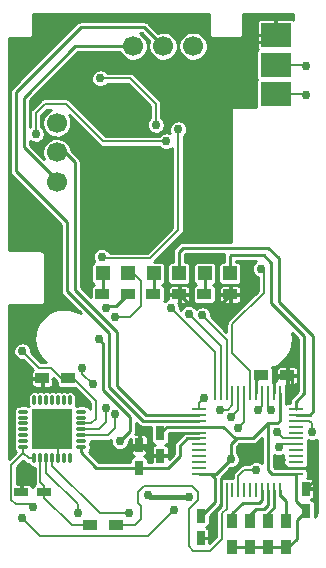
<source format=gbl>
G04 #@! TF.FileFunction,Copper,L2,Bot,Signal*
%FSLAX46Y46*%
G04 Gerber Fmt 4.6, Leading zero omitted, Abs format (unit mm)*
G04 Created by KiCad (PCBNEW (2015-08-23 BZR 6117)-product) date tor 17 sep 2015 21:25:48*
%MOMM*%
G01*
G04 APERTURE LIST*
%ADD10C,0.100000*%
%ADD11O,0.300000X0.850000*%
%ADD12O,0.850000X0.300000*%
%ADD13R,1.675000X1.675000*%
%ADD14R,1.200000X0.900000*%
%ADD15C,1.700000*%
%ADD16R,0.750000X1.200000*%
%ADD17R,1.200000X0.750000*%
%ADD18R,1.198880X1.198880*%
%ADD19R,0.900000X1.200000*%
%ADD20R,1.300480X0.254000*%
%ADD21R,0.254000X1.300480*%
%ADD22R,2.540000X2.032000*%
%ADD23C,0.762000*%
%ADD24C,0.203200*%
%ADD25C,0.406400*%
%ADD26C,0.254000*%
G04 APERTURE END LIST*
D10*
D11*
X221464000Y-82714000D03*
X220964000Y-82714000D03*
X220464000Y-82714000D03*
X219964000Y-82714000D03*
X219464000Y-82714000D03*
X218964000Y-82714000D03*
X218464000Y-82714000D03*
D12*
X217514000Y-81764000D03*
X217514000Y-81264000D03*
X217514000Y-80764000D03*
X217514000Y-80264000D03*
X217514000Y-79764000D03*
X217514000Y-79264000D03*
X217514000Y-78764000D03*
D11*
X218464000Y-77814000D03*
X218964000Y-77814000D03*
X219464000Y-77814000D03*
X219964000Y-77814000D03*
X220464000Y-77814000D03*
X220964000Y-77814000D03*
X221464000Y-77814000D03*
D12*
X222414000Y-78764000D03*
X222414000Y-79264000D03*
X222414000Y-79764000D03*
X222414000Y-80264000D03*
X222414000Y-80764000D03*
X222414000Y-81264000D03*
X222414000Y-81764000D03*
D13*
X219126500Y-79426500D03*
X220801500Y-79426500D03*
X219126500Y-81101500D03*
X220801500Y-81101500D03*
D14*
X237660000Y-75692000D03*
X239860000Y-75692000D03*
D15*
X229346760Y-47821640D03*
X231886760Y-47821640D03*
X226806760Y-47821640D03*
X220346760Y-54321640D03*
X220346760Y-56821640D03*
X220346760Y-59321640D03*
D16*
X229108000Y-82484000D03*
X229108000Y-80584000D03*
X241427000Y-85283000D03*
X241427000Y-87183000D03*
X232537000Y-89469000D03*
X232537000Y-87569000D03*
X227330000Y-81600000D03*
X227330000Y-83500000D03*
D17*
X217363000Y-85598000D03*
X219263000Y-85598000D03*
D18*
X232884980Y-67056000D03*
X234983020Y-67056000D03*
X228566980Y-67056000D03*
X230665020Y-67056000D03*
X224248980Y-67056000D03*
X226347020Y-67056000D03*
D14*
X232834000Y-68834000D03*
X235034000Y-68834000D03*
X221318000Y-75946000D03*
X219118000Y-75946000D03*
X228516000Y-68834000D03*
X230716000Y-68834000D03*
D19*
X239776000Y-90254000D03*
X239776000Y-88054000D03*
X238252000Y-90254000D03*
X238252000Y-88054000D03*
X236728000Y-90254000D03*
X236728000Y-88054000D03*
X235204000Y-90254000D03*
X235204000Y-88054000D03*
D14*
X224198000Y-68834000D03*
X226398000Y-68834000D03*
D20*
X232374440Y-82529680D03*
X232374440Y-82029300D03*
X232374440Y-81528920D03*
X232374440Y-81031080D03*
X232374440Y-80530700D03*
X232374440Y-84030820D03*
X232374440Y-83530440D03*
X232374440Y-83030060D03*
D21*
X233723180Y-77180440D03*
X234223560Y-77180440D03*
X234723940Y-77180440D03*
X235224320Y-77180440D03*
X235724700Y-77180440D03*
X236225080Y-77180440D03*
X236722920Y-77180440D03*
X237223300Y-77180440D03*
D20*
X240573560Y-78529180D03*
X240573560Y-79029560D03*
X240573560Y-79529940D03*
X240573560Y-80030320D03*
X240573560Y-80530700D03*
X240573560Y-81031080D03*
X240573560Y-81528920D03*
X240573560Y-82029300D03*
D21*
X239224820Y-85379560D03*
X238724440Y-85379560D03*
X238224060Y-85379560D03*
X237723680Y-85379560D03*
X237223300Y-85379560D03*
X236722920Y-85379560D03*
X236225080Y-85379560D03*
X235724700Y-85379560D03*
D20*
X232374440Y-80030320D03*
X232374440Y-79529940D03*
X232374440Y-79029560D03*
X232374440Y-78529180D03*
D21*
X237723680Y-77180440D03*
X238224060Y-77180440D03*
X238724440Y-77180440D03*
X239224820Y-77180440D03*
D20*
X240573560Y-82529680D03*
X240573560Y-83030060D03*
X240573560Y-83530440D03*
X240573560Y-84030820D03*
D21*
X235224320Y-85379560D03*
X234723940Y-85379560D03*
X234223560Y-85379560D03*
X233723180Y-85379560D03*
D14*
X223182000Y-88392000D03*
X225382000Y-88392000D03*
D22*
X238887000Y-46863000D03*
X238887000Y-49403000D03*
X238887000Y-51903000D03*
D23*
X223393000Y-76454000D03*
X222504000Y-75057000D03*
X218567000Y-55245000D03*
X229616000Y-55880000D03*
X228092000Y-85852000D03*
X231521000Y-85979000D03*
X217424000Y-73660000D03*
X237236000Y-83693000D03*
X230251000Y-87122000D03*
X217424000Y-87757000D03*
X238506000Y-78613000D03*
X241427000Y-51943000D03*
X237363000Y-78613000D03*
X241427000Y-49530000D03*
X237617000Y-66675000D03*
X221107000Y-69596000D03*
X222885000Y-68072000D03*
X228092000Y-58039000D03*
X227457000Y-54229000D03*
X226314000Y-82423000D03*
X220913960Y-81213960D03*
X219014040Y-81213960D03*
X220913960Y-79314040D03*
X217551000Y-84455000D03*
X219014040Y-79314040D03*
X217805000Y-76073000D03*
X233553000Y-88392000D03*
X239141000Y-82804000D03*
X237236000Y-81788000D03*
X231521000Y-65659000D03*
X240284000Y-76835000D03*
X242062000Y-82042000D03*
X235712000Y-80137000D03*
X235077000Y-79248000D03*
X229997000Y-69977000D03*
X231521000Y-70485000D03*
X232664000Y-70612000D03*
X234188000Y-78613000D03*
X239141000Y-81788000D03*
X225298000Y-78994000D03*
X239014000Y-80518000D03*
X224536000Y-78486000D03*
X235077000Y-82804000D03*
X218313000Y-86868000D03*
X225298000Y-70739000D03*
X222123000Y-87376000D03*
X226441000Y-87376000D03*
X224536000Y-69977000D03*
X223901000Y-72644000D03*
X225679000Y-81280000D03*
X241935000Y-80518000D03*
X228727000Y-54483000D03*
X224028000Y-50546000D03*
X232791000Y-77597000D03*
X224155000Y-65659000D03*
X230632000Y-54864000D03*
D24*
X223393000Y-76454000D02*
X222504000Y-75565000D01*
X222504000Y-75565000D02*
X222504000Y-75057000D01*
X218567000Y-55245000D02*
X218567000Y-53467000D01*
X218567000Y-53467000D02*
X219329000Y-52705000D01*
X219329000Y-52705000D02*
X221107000Y-52705000D01*
X221107000Y-52705000D02*
X224282000Y-55880000D01*
X224282000Y-55880000D02*
X229616000Y-55880000D01*
D25*
X228092000Y-85852000D02*
X228219000Y-85979000D01*
X228219000Y-85979000D02*
X231521000Y-85979000D01*
D26*
X239776000Y-86360000D02*
X239776000Y-88054000D01*
X239224820Y-85808820D02*
X239776000Y-86360000D01*
X239224820Y-85379560D02*
X239224820Y-85808820D01*
X238724440Y-86903560D02*
X238252000Y-87376000D01*
X238252000Y-87376000D02*
X238252000Y-88054000D01*
X238724440Y-85379560D02*
X238724440Y-86903560D01*
X236728000Y-87503000D02*
X236728000Y-88054000D01*
X238224060Y-86641940D02*
X237871000Y-86995000D01*
X237871000Y-86995000D02*
X237236000Y-86995000D01*
X237236000Y-86995000D02*
X236728000Y-87503000D01*
X238224060Y-85379560D02*
X238224060Y-86641940D01*
X237723680Y-86253320D02*
X237490000Y-86487000D01*
X237490000Y-86487000D02*
X236093000Y-86487000D01*
X236093000Y-86487000D02*
X235204000Y-87376000D01*
X235204000Y-87376000D02*
X235204000Y-88054000D01*
X237723680Y-85379560D02*
X237723680Y-86253320D01*
D24*
X223647000Y-79375000D02*
X223258000Y-79764000D01*
X223258000Y-79764000D02*
X222414000Y-79764000D01*
X223647000Y-77851000D02*
X223647000Y-79375000D01*
X219837000Y-75057000D02*
X218821000Y-75057000D01*
X218821000Y-75057000D02*
X217424000Y-73660000D01*
X237236000Y-83693000D02*
X236220000Y-83693000D01*
X236220000Y-83693000D02*
X235724700Y-84188300D01*
X235724700Y-84188300D02*
X235724700Y-85379560D01*
X230251000Y-87122000D02*
X228092000Y-89281000D01*
X228092000Y-89281000D02*
X218948000Y-89281000D01*
X218948000Y-89281000D02*
X217424000Y-87757000D01*
X223647000Y-77851000D02*
X221742000Y-75946000D01*
X221742000Y-75946000D02*
X221318000Y-75946000D01*
X220726000Y-75946000D02*
X221318000Y-75946000D01*
X219837000Y-75057000D02*
X220726000Y-75946000D01*
X238224060Y-77180440D02*
X238224060Y-78331060D01*
X238224060Y-78331060D02*
X238506000Y-78613000D01*
X241427000Y-51943000D02*
X241387000Y-51903000D01*
X241387000Y-51903000D02*
X238887000Y-51903000D01*
X237723680Y-77180440D02*
X237723680Y-78252320D01*
X237723680Y-78252320D02*
X237363000Y-78613000D01*
X241300000Y-49403000D02*
X238887000Y-49403000D01*
X241427000Y-49530000D02*
X241300000Y-49403000D01*
D26*
X227611940Y-79529940D02*
X224790000Y-76708000D01*
X224790000Y-76708000D02*
X224790000Y-72136000D01*
X224790000Y-72136000D02*
X221234000Y-68580000D01*
X221234000Y-68580000D02*
X221234000Y-62738000D01*
X221234000Y-62738000D02*
X216916000Y-58420000D01*
X216916000Y-58420000D02*
X216916000Y-51689000D01*
X216916000Y-51689000D02*
X222377000Y-46228000D01*
X222377000Y-46228000D02*
X227753120Y-46228000D01*
X227753120Y-46228000D02*
X229346760Y-47821640D01*
X232374440Y-79529940D02*
X227611940Y-79529940D01*
X227873560Y-79029560D02*
X225425000Y-76581000D01*
X225425000Y-76581000D02*
X225425000Y-72009000D01*
X225425000Y-72009000D02*
X221869000Y-68453000D01*
X221869000Y-68453000D02*
X221869000Y-57658000D01*
X221869000Y-57658000D02*
X221032640Y-56821640D01*
X221032640Y-56821640D02*
X220346760Y-56821640D01*
X232374440Y-79029560D02*
X227873560Y-79029560D01*
D24*
X237617000Y-66675000D02*
X237871000Y-66929000D01*
X237871000Y-66929000D02*
X237871000Y-68707000D01*
X237871000Y-68707000D02*
X235204000Y-71374000D01*
X235204000Y-73787000D02*
X235204000Y-71374000D01*
X236722920Y-77180440D02*
X236722920Y-75305920D01*
X236722920Y-75305920D02*
X235204000Y-73787000D01*
D26*
X227457000Y-54229000D02*
X225425000Y-54229000D01*
X223139000Y-51943000D02*
X223139000Y-49657000D01*
X225425000Y-54229000D02*
X223139000Y-51943000D01*
X238252000Y-47498000D02*
X238887000Y-46863000D01*
X223139000Y-49657000D02*
X223647000Y-49149000D01*
X223647000Y-49149000D02*
X232280624Y-49149000D01*
X232280624Y-49149000D02*
X233931624Y-47498000D01*
X233931624Y-47498000D02*
X238252000Y-47498000D01*
D24*
X220464000Y-82714000D02*
X220464000Y-81439000D01*
X220464000Y-81439000D02*
X220801500Y-81101500D01*
X220913960Y-81213960D02*
X220913960Y-80060800D01*
D26*
X221107000Y-69596000D02*
X221043500Y-69659500D01*
X221043500Y-69659500D02*
X219773500Y-69659500D01*
X222885000Y-68072000D02*
X222758000Y-67945000D01*
X222758000Y-67945000D02*
X222758000Y-63373000D01*
X228092000Y-58039000D02*
X222758000Y-63373000D01*
X240284000Y-76116000D02*
X239860000Y-75692000D01*
X238724440Y-77180440D02*
X238724440Y-76235560D01*
X238724440Y-76235560D02*
X239268000Y-75692000D01*
X239268000Y-75692000D02*
X239860000Y-75692000D01*
X217805000Y-76073000D02*
X217805000Y-75057000D01*
X216535000Y-72898000D02*
X219773500Y-69659500D01*
X216535000Y-73787000D02*
X216535000Y-72898000D01*
X217805000Y-75057000D02*
X216535000Y-73787000D01*
X234223560Y-86766440D02*
X233614000Y-87376000D01*
X234223560Y-85379560D02*
X234223560Y-86766440D01*
D24*
X219014040Y-81213960D02*
X220913960Y-81213960D01*
X219141040Y-81213960D02*
X219014040Y-81213960D01*
D26*
X231000300Y-80530700D02*
X230124000Y-81407000D01*
X230124000Y-81407000D02*
X230124000Y-82042000D01*
X230124000Y-82042000D02*
X229682000Y-82484000D01*
X229682000Y-82484000D02*
X229108000Y-82484000D01*
X232374440Y-80530700D02*
X231000300Y-80530700D01*
X228407000Y-82484000D02*
X229108000Y-82484000D01*
X227523000Y-81600000D02*
X228407000Y-82484000D01*
X227330000Y-81600000D02*
X227523000Y-81600000D01*
X227137000Y-81600000D02*
X226314000Y-82423000D01*
X227330000Y-81600000D02*
X227137000Y-81600000D01*
D24*
X219014040Y-79689960D02*
X219014040Y-81213960D01*
X217363000Y-84643000D02*
X217551000Y-84455000D01*
X217363000Y-85598000D02*
X217363000Y-84643000D01*
X217932000Y-75946000D02*
X217805000Y-76073000D01*
X219118000Y-75946000D02*
X217932000Y-75946000D01*
D26*
X231605000Y-69723000D02*
X230716000Y-68834000D01*
X234188000Y-69723000D02*
X231605000Y-69723000D01*
X235034000Y-68877000D02*
X234188000Y-69723000D01*
X235034000Y-68834000D02*
X235034000Y-68877000D01*
X233614000Y-88331000D02*
X233553000Y-88392000D01*
X233614000Y-87376000D02*
X233614000Y-88331000D01*
X239867440Y-83530440D02*
X239141000Y-82804000D01*
X237236000Y-81788000D02*
X235458000Y-83566000D01*
X235458000Y-83566000D02*
X235077000Y-83566000D01*
X235077000Y-83566000D02*
X234223560Y-84419440D01*
X234223560Y-84419440D02*
X234223560Y-85379560D01*
X240573560Y-83530440D02*
X239867440Y-83530440D01*
X230716000Y-68834000D02*
X231521000Y-68834000D01*
X231775000Y-65913000D02*
X231521000Y-65659000D01*
X231775000Y-68580000D02*
X231775000Y-65913000D01*
X231521000Y-68834000D02*
X231775000Y-68580000D01*
X242062000Y-83185000D02*
X241716560Y-83530440D01*
X241716560Y-83530440D02*
X240573560Y-83530440D01*
X240284000Y-76116000D02*
X240284000Y-76835000D01*
X242062000Y-82042000D02*
X242062000Y-83185000D01*
X242062000Y-84648000D02*
X241427000Y-85283000D01*
X242062000Y-83185000D02*
X242062000Y-84648000D01*
X233553000Y-89027000D02*
X233111000Y-89469000D01*
X233111000Y-89469000D02*
X232537000Y-89469000D01*
X233553000Y-88392000D02*
X233553000Y-89027000D01*
D24*
X236225080Y-77180440D02*
X236225080Y-79623920D01*
X236225080Y-79623920D02*
X235712000Y-80137000D01*
X235724700Y-77180440D02*
X235724700Y-78600300D01*
X235724700Y-78600300D02*
X235077000Y-79248000D01*
X233723180Y-73703180D02*
X233723180Y-77180440D01*
X233723180Y-73703180D02*
X229997000Y-69977000D01*
X234223560Y-73187560D02*
X234223560Y-77180440D01*
X234223560Y-73187560D02*
X231521000Y-70485000D01*
X234723940Y-72671940D02*
X234723940Y-77180440D01*
X234723940Y-72671940D02*
X232664000Y-70612000D01*
X235224320Y-77180440D02*
X235224320Y-78211680D01*
X235224320Y-78211680D02*
X234823000Y-78613000D01*
X234823000Y-78613000D02*
X234188000Y-78613000D01*
D26*
X227330000Y-83500000D02*
X223708000Y-83500000D01*
X223708000Y-83500000D02*
X222414000Y-82206000D01*
X222414000Y-82206000D02*
X222414000Y-81764000D01*
X231388920Y-81031080D02*
X230759000Y-81661000D01*
X230759000Y-81661000D02*
X230759000Y-82550000D01*
X230759000Y-82550000D02*
X229809000Y-83500000D01*
X229809000Y-83500000D02*
X227330000Y-83500000D01*
X232374440Y-81031080D02*
X231388920Y-81031080D01*
D24*
X225298000Y-78994000D02*
X225298000Y-80137000D01*
X225298000Y-80137000D02*
X224671000Y-80764000D01*
X224671000Y-80764000D02*
X222414000Y-80764000D01*
X239400080Y-81528920D02*
X240573560Y-81528920D01*
X239141000Y-81788000D02*
X239400080Y-81528920D01*
X224536000Y-78486000D02*
X224536000Y-79629000D01*
X224536000Y-79629000D02*
X223901000Y-80264000D01*
X223901000Y-80264000D02*
X222414000Y-80264000D01*
X239527080Y-81031080D02*
X240573560Y-81031080D01*
X239014000Y-80518000D02*
X239527080Y-81031080D01*
D26*
X239224820Y-77180440D02*
X239224820Y-79545180D01*
X239224820Y-79545180D02*
X239014000Y-79756000D01*
X239014000Y-79756000D02*
X238252000Y-79756000D01*
X239776000Y-90254000D02*
X238252000Y-90254000D01*
X235204000Y-90254000D02*
X236728000Y-90254000D01*
X236728000Y-90254000D02*
X238252000Y-90254000D01*
X233382820Y-84030820D02*
X233723180Y-84371180D01*
X233723180Y-84371180D02*
X233723180Y-85379560D01*
X232374440Y-84030820D02*
X233382820Y-84030820D01*
X229661680Y-80030320D02*
X229108000Y-80584000D01*
X232374440Y-80030320D02*
X229661680Y-80030320D01*
X217551000Y-56388000D02*
X217551000Y-52197000D01*
X217551000Y-52197000D02*
X221926360Y-47821640D01*
X221926360Y-47821640D02*
X226806760Y-47821640D01*
X220346760Y-59183760D02*
X217551000Y-56388000D01*
X220346760Y-59321640D02*
X220346760Y-59183760D01*
X233850180Y-84030820D02*
X235077000Y-82804000D01*
X233382820Y-84030820D02*
X233850180Y-84030820D01*
X236982000Y-81026000D02*
X238252000Y-79756000D01*
X235712000Y-81026000D02*
X236982000Y-81026000D01*
X235458000Y-81026000D02*
X235712000Y-81026000D01*
X234462320Y-80030320D02*
X235458000Y-81026000D01*
X232374440Y-80030320D02*
X234462320Y-80030320D01*
X235077000Y-81534000D02*
X235077000Y-82804000D01*
X235585000Y-81026000D02*
X235077000Y-81534000D01*
X235712000Y-81026000D02*
X235585000Y-81026000D01*
X238252000Y-83693000D02*
X238252000Y-79756000D01*
X238589820Y-84030820D02*
X238252000Y-83693000D01*
X240573560Y-84030820D02*
X238589820Y-84030820D01*
X240573560Y-86329560D02*
X241427000Y-87183000D01*
X240573560Y-84030820D02*
X240573560Y-86329560D01*
X240665000Y-89535000D02*
X240665000Y-87945000D01*
X240665000Y-87945000D02*
X241427000Y-87183000D01*
X239946000Y-90254000D02*
X240665000Y-89535000D01*
X239776000Y-90254000D02*
X239946000Y-90254000D01*
X232598000Y-87569000D02*
X232537000Y-87569000D01*
X233723180Y-86443820D02*
X232598000Y-87569000D01*
X233723180Y-85379560D02*
X233723180Y-86443820D01*
D24*
X218313000Y-86868000D02*
X218059000Y-86614000D01*
X218059000Y-86614000D02*
X216916000Y-86614000D01*
X216916000Y-86614000D02*
X216508999Y-86206999D01*
X216508999Y-86206999D02*
X216508999Y-83264001D01*
X216508999Y-83264001D02*
X217514000Y-82259000D01*
X217969000Y-82714000D02*
X217514000Y-82259000D01*
X217514000Y-82259000D02*
X217514000Y-81764000D01*
X218464000Y-82714000D02*
X217969000Y-82714000D01*
X226822000Y-67056000D02*
X226347020Y-67056000D01*
X227457000Y-67691000D02*
X226822000Y-67056000D01*
X227457000Y-69850000D02*
X227457000Y-67691000D01*
X226568000Y-70739000D02*
X227457000Y-69850000D01*
X225298000Y-70739000D02*
X226568000Y-70739000D01*
D26*
X232884980Y-68783020D02*
X232834000Y-68834000D01*
X232884980Y-67056000D02*
X232884980Y-68783020D01*
X234983020Y-67056000D02*
X234983020Y-65625980D01*
X234983020Y-65625980D02*
X235077000Y-65532000D01*
X235077000Y-65532000D02*
X237871000Y-65532000D01*
X237871000Y-65532000D02*
X238506000Y-66167000D01*
X238506000Y-66167000D02*
X238506000Y-69596000D01*
X240573560Y-77942440D02*
X241300000Y-77216000D01*
X241300000Y-77216000D02*
X241300000Y-72390000D01*
X241300000Y-72390000D02*
X238506000Y-69596000D01*
X240573560Y-78529180D02*
X240573560Y-77942440D01*
X228566980Y-68783020D02*
X228516000Y-68834000D01*
X228566980Y-67056000D02*
X228566980Y-68783020D01*
X231013000Y-64897000D02*
X238252000Y-64897000D01*
X238252000Y-64897000D02*
X239141000Y-65786000D01*
X239141000Y-65786000D02*
X239141000Y-69469000D01*
X241772440Y-79029560D02*
X242062000Y-78740000D01*
X242062000Y-78740000D02*
X242062000Y-72390000D01*
X242062000Y-72390000D02*
X239141000Y-69469000D01*
X231013000Y-64897000D02*
X230665020Y-65244980D01*
X230665020Y-65244980D02*
X230665020Y-67056000D01*
X240573560Y-79029560D02*
X241772440Y-79029560D01*
X224248980Y-68783020D02*
X224198000Y-68834000D01*
X224248980Y-67056000D02*
X224248980Y-68783020D01*
D24*
X222123000Y-86614000D02*
X219464000Y-83955000D01*
X219464000Y-83955000D02*
X219464000Y-82714000D01*
X222123000Y-86614000D02*
X222123000Y-87376000D01*
X226441000Y-87376000D02*
X223997800Y-87376000D01*
X223997800Y-87376000D02*
X219964000Y-83342200D01*
X219964000Y-83342200D02*
X219964000Y-82714000D01*
D26*
X237223300Y-77180440D02*
X237223300Y-76128700D01*
X237223300Y-76128700D02*
X237660000Y-75692000D01*
X225382000Y-69850000D02*
X226398000Y-68834000D01*
X224663000Y-69850000D02*
X225382000Y-69850000D01*
X224536000Y-69977000D02*
X224663000Y-69850000D01*
X224282000Y-73025000D02*
X223901000Y-72644000D01*
X224282000Y-76962000D02*
X224282000Y-73025000D01*
X226568000Y-79248000D02*
X224282000Y-76962000D01*
X226568000Y-80391000D02*
X226568000Y-79248000D01*
X225679000Y-81280000D02*
X226568000Y-80391000D01*
D24*
X228727000Y-54483000D02*
X228727000Y-52705000D01*
X228727000Y-52705000D02*
X226568000Y-50546000D01*
X226568000Y-50546000D02*
X224028000Y-50546000D01*
X240573560Y-79529940D02*
X241708940Y-79529940D01*
X241708940Y-79529940D02*
X241935000Y-79756000D01*
X241935000Y-79756000D02*
X241935000Y-80518000D01*
X232374440Y-78529180D02*
X232374440Y-78013560D01*
X232374440Y-78013560D02*
X232791000Y-77597000D01*
X224155000Y-65659000D02*
X224282000Y-65786000D01*
X224282000Y-65786000D02*
X228219000Y-65786000D01*
X228219000Y-65786000D02*
X230632000Y-63373000D01*
X230632000Y-63373000D02*
X230632000Y-54864000D01*
X218964000Y-82714000D02*
X218964000Y-84720800D01*
X218964000Y-84720800D02*
X219263000Y-85019800D01*
X219263000Y-85019800D02*
X219263000Y-85598000D01*
X219263000Y-86040000D02*
X221615000Y-88392000D01*
X221615000Y-88392000D02*
X223182000Y-88392000D01*
X219263000Y-85598000D02*
X219263000Y-86040000D01*
X232283000Y-85598000D02*
X232283000Y-86233000D01*
X225382000Y-88392000D02*
X226949000Y-88392000D01*
X226949000Y-88392000D02*
X227457000Y-87884000D01*
X227457000Y-87884000D02*
X227457000Y-86741000D01*
X231902000Y-90551000D02*
X233299000Y-90551000D01*
X231521000Y-90170000D02*
X231902000Y-90551000D01*
X232283000Y-86233000D02*
X231521000Y-86995000D01*
X227457000Y-86741000D02*
X227203000Y-86487000D01*
X227203000Y-86487000D02*
X227203000Y-85598000D01*
X234723940Y-86967060D02*
X234723940Y-85379560D01*
X234315000Y-89535000D02*
X234315000Y-87376000D01*
X227203000Y-85598000D02*
X227711000Y-85090000D01*
X227711000Y-85090000D02*
X231775000Y-85090000D01*
X231775000Y-85090000D02*
X232283000Y-85598000D01*
X231521000Y-86995000D02*
X231521000Y-90170000D01*
X233299000Y-90551000D02*
X234315000Y-89535000D01*
X234315000Y-87376000D02*
X234723940Y-86967060D01*
D26*
G36*
X234241340Y-86767161D02*
X233973750Y-87034750D01*
X233945455Y-87069197D01*
X233916800Y-87103347D01*
X233915578Y-87105570D01*
X233913967Y-87107531D01*
X233892885Y-87146848D01*
X233871425Y-87185884D01*
X233870659Y-87188300D01*
X233869458Y-87190539D01*
X233856415Y-87233202D01*
X233842946Y-87275662D01*
X233842663Y-87278183D01*
X233841921Y-87280611D01*
X233837416Y-87324966D01*
X233832447Y-87369262D01*
X233832412Y-87374222D01*
X233832403Y-87374315D01*
X233832411Y-87374401D01*
X233832400Y-87376000D01*
X233832400Y-89335100D01*
X233242200Y-89925300D01*
X233242200Y-89583300D01*
X233159650Y-89500750D01*
X232568750Y-89500750D01*
X232568750Y-89520750D01*
X232505250Y-89520750D01*
X232505250Y-89500750D01*
X232485250Y-89500750D01*
X232485250Y-89437250D01*
X232505250Y-89437250D01*
X232505250Y-89417250D01*
X232568750Y-89417250D01*
X232568750Y-89437250D01*
X233159650Y-89437250D01*
X233242200Y-89354700D01*
X233242200Y-88836478D01*
X233229511Y-88772684D01*
X233204619Y-88712592D01*
X233168483Y-88658510D01*
X233122490Y-88612517D01*
X233068408Y-88576380D01*
X233008316Y-88551489D01*
X232977796Y-88545418D01*
X233075580Y-88515136D01*
X233165535Y-88455860D01*
X233235415Y-88373870D01*
X233279686Y-88275658D01*
X233294843Y-88169000D01*
X233294843Y-87590577D01*
X234082390Y-86803030D01*
X234112156Y-86766792D01*
X234142338Y-86730823D01*
X234143626Y-86728481D01*
X234145320Y-86726418D01*
X234167480Y-86685089D01*
X234190101Y-86643942D01*
X234190909Y-86641394D01*
X234192171Y-86639041D01*
X234205891Y-86594164D01*
X234220079Y-86549439D01*
X234220377Y-86546786D01*
X234221158Y-86544230D01*
X234225904Y-86497507D01*
X234231130Y-86450913D01*
X234231167Y-86445693D01*
X234231177Y-86445593D01*
X234231168Y-86445499D01*
X234231180Y-86443820D01*
X234231180Y-86360000D01*
X234241340Y-86360000D01*
X234241340Y-86767161D01*
X234241340Y-86767161D01*
G37*
X234241340Y-86767161D02*
X233973750Y-87034750D01*
X233945455Y-87069197D01*
X233916800Y-87103347D01*
X233915578Y-87105570D01*
X233913967Y-87107531D01*
X233892885Y-87146848D01*
X233871425Y-87185884D01*
X233870659Y-87188300D01*
X233869458Y-87190539D01*
X233856415Y-87233202D01*
X233842946Y-87275662D01*
X233842663Y-87278183D01*
X233841921Y-87280611D01*
X233837416Y-87324966D01*
X233832447Y-87369262D01*
X233832412Y-87374222D01*
X233832403Y-87374315D01*
X233832411Y-87374401D01*
X233832400Y-87376000D01*
X233832400Y-89335100D01*
X233242200Y-89925300D01*
X233242200Y-89583300D01*
X233159650Y-89500750D01*
X232568750Y-89500750D01*
X232568750Y-89520750D01*
X232505250Y-89520750D01*
X232505250Y-89500750D01*
X232485250Y-89500750D01*
X232485250Y-89437250D01*
X232505250Y-89437250D01*
X232505250Y-89417250D01*
X232568750Y-89417250D01*
X232568750Y-89437250D01*
X233159650Y-89437250D01*
X233242200Y-89354700D01*
X233242200Y-88836478D01*
X233229511Y-88772684D01*
X233204619Y-88712592D01*
X233168483Y-88658510D01*
X233122490Y-88612517D01*
X233068408Y-88576380D01*
X233008316Y-88551489D01*
X232977796Y-88545418D01*
X233075580Y-88515136D01*
X233165535Y-88455860D01*
X233235415Y-88373870D01*
X233279686Y-88275658D01*
X233294843Y-88169000D01*
X233294843Y-87590577D01*
X234082390Y-86803030D01*
X234112156Y-86766792D01*
X234142338Y-86730823D01*
X234143626Y-86728481D01*
X234145320Y-86726418D01*
X234167480Y-86685089D01*
X234190101Y-86643942D01*
X234190909Y-86641394D01*
X234192171Y-86639041D01*
X234205891Y-86594164D01*
X234220079Y-86549439D01*
X234220377Y-86546786D01*
X234221158Y-86544230D01*
X234225904Y-86497507D01*
X234231130Y-86450913D01*
X234231167Y-86445693D01*
X234231177Y-86445593D01*
X234231168Y-86445499D01*
X234231180Y-86443820D01*
X234231180Y-86360000D01*
X234241340Y-86360000D01*
X234241340Y-86767161D01*
G36*
X242393000Y-87274255D02*
X242184843Y-87690569D01*
X242184843Y-86583000D01*
X242180005Y-86522327D01*
X242148136Y-86419420D01*
X242088860Y-86329465D01*
X242006870Y-86259585D01*
X241908658Y-86215314D01*
X241859217Y-86208288D01*
X241898316Y-86200511D01*
X241958408Y-86175620D01*
X242012490Y-86139483D01*
X242058483Y-86093490D01*
X242094619Y-86039408D01*
X242119511Y-85979316D01*
X242132200Y-85915522D01*
X242132200Y-85397300D01*
X242049650Y-85314750D01*
X241458750Y-85314750D01*
X241458750Y-85334750D01*
X241395250Y-85334750D01*
X241395250Y-85314750D01*
X241375250Y-85314750D01*
X241375250Y-85251250D01*
X241395250Y-85251250D01*
X241395250Y-85231250D01*
X241458750Y-85231250D01*
X241458750Y-85251250D01*
X242049650Y-85251250D01*
X242132200Y-85168700D01*
X242132200Y-84650478D01*
X242119511Y-84586684D01*
X242094619Y-84526592D01*
X242058483Y-84472510D01*
X242012490Y-84426517D01*
X241958408Y-84390380D01*
X241898316Y-84365489D01*
X241834522Y-84352800D01*
X241551673Y-84352800D01*
X241591486Y-84264478D01*
X241606643Y-84157820D01*
X241606643Y-83903820D01*
X241601805Y-83843147D01*
X241569936Y-83740240D01*
X241550013Y-83710006D01*
X241554000Y-83689962D01*
X241554000Y-83644740D01*
X241471450Y-83562190D01*
X241388261Y-83562190D01*
X241330458Y-83536134D01*
X241296571Y-83531318D01*
X241387380Y-83503196D01*
X241394218Y-83498690D01*
X241471450Y-83498690D01*
X241554000Y-83416140D01*
X241554000Y-83370918D01*
X241550682Y-83354238D01*
X241591486Y-83263718D01*
X241606643Y-83157060D01*
X241606643Y-82903060D01*
X241601805Y-82842387D01*
X241583092Y-82781960D01*
X241591486Y-82763338D01*
X241606643Y-82656680D01*
X241606643Y-82402680D01*
X241601805Y-82342007D01*
X241583092Y-82281580D01*
X241591486Y-82262958D01*
X241606643Y-82156300D01*
X241606643Y-81902300D01*
X241601805Y-81841627D01*
X241583092Y-81781200D01*
X241591486Y-81762578D01*
X241606643Y-81655920D01*
X241606643Y-81401920D01*
X241601805Y-81341247D01*
X241583558Y-81282326D01*
X241591486Y-81264738D01*
X241600214Y-81203320D01*
X241698390Y-81246212D01*
X241844340Y-81278301D01*
X241993743Y-81281430D01*
X242140908Y-81255481D01*
X242280231Y-81201441D01*
X242393000Y-81129876D01*
X242393000Y-87274255D01*
X242393000Y-87274255D01*
G37*
X242393000Y-87274255D02*
X242184843Y-87690569D01*
X242184843Y-86583000D01*
X242180005Y-86522327D01*
X242148136Y-86419420D01*
X242088860Y-86329465D01*
X242006870Y-86259585D01*
X241908658Y-86215314D01*
X241859217Y-86208288D01*
X241898316Y-86200511D01*
X241958408Y-86175620D01*
X242012490Y-86139483D01*
X242058483Y-86093490D01*
X242094619Y-86039408D01*
X242119511Y-85979316D01*
X242132200Y-85915522D01*
X242132200Y-85397300D01*
X242049650Y-85314750D01*
X241458750Y-85314750D01*
X241458750Y-85334750D01*
X241395250Y-85334750D01*
X241395250Y-85314750D01*
X241375250Y-85314750D01*
X241375250Y-85251250D01*
X241395250Y-85251250D01*
X241395250Y-85231250D01*
X241458750Y-85231250D01*
X241458750Y-85251250D01*
X242049650Y-85251250D01*
X242132200Y-85168700D01*
X242132200Y-84650478D01*
X242119511Y-84586684D01*
X242094619Y-84526592D01*
X242058483Y-84472510D01*
X242012490Y-84426517D01*
X241958408Y-84390380D01*
X241898316Y-84365489D01*
X241834522Y-84352800D01*
X241551673Y-84352800D01*
X241591486Y-84264478D01*
X241606643Y-84157820D01*
X241606643Y-83903820D01*
X241601805Y-83843147D01*
X241569936Y-83740240D01*
X241550013Y-83710006D01*
X241554000Y-83689962D01*
X241554000Y-83644740D01*
X241471450Y-83562190D01*
X241388261Y-83562190D01*
X241330458Y-83536134D01*
X241296571Y-83531318D01*
X241387380Y-83503196D01*
X241394218Y-83498690D01*
X241471450Y-83498690D01*
X241554000Y-83416140D01*
X241554000Y-83370918D01*
X241550682Y-83354238D01*
X241591486Y-83263718D01*
X241606643Y-83157060D01*
X241606643Y-82903060D01*
X241601805Y-82842387D01*
X241583092Y-82781960D01*
X241591486Y-82763338D01*
X241606643Y-82656680D01*
X241606643Y-82402680D01*
X241601805Y-82342007D01*
X241583092Y-82281580D01*
X241591486Y-82262958D01*
X241606643Y-82156300D01*
X241606643Y-81902300D01*
X241601805Y-81841627D01*
X241583092Y-81781200D01*
X241591486Y-81762578D01*
X241606643Y-81655920D01*
X241606643Y-81401920D01*
X241601805Y-81341247D01*
X241583558Y-81282326D01*
X241591486Y-81264738D01*
X241600214Y-81203320D01*
X241698390Y-81246212D01*
X241844340Y-81278301D01*
X241993743Y-81281430D01*
X242140908Y-81255481D01*
X242280231Y-81201441D01*
X242393000Y-81129876D01*
X242393000Y-87274255D01*
G36*
X217627750Y-83055250D02*
X217662197Y-83083545D01*
X217696347Y-83112200D01*
X217698570Y-83113422D01*
X217700531Y-83115033D01*
X217739813Y-83136096D01*
X217778884Y-83157575D01*
X217781304Y-83158343D01*
X217783539Y-83159541D01*
X217826169Y-83172575D01*
X217868662Y-83186054D01*
X217871182Y-83186337D01*
X217873610Y-83187079D01*
X217917971Y-83191585D01*
X217962262Y-83196553D01*
X217967222Y-83196588D01*
X217967315Y-83196597D01*
X217967401Y-83196589D01*
X217969000Y-83196600D01*
X217973785Y-83196600D01*
X218021719Y-83286751D01*
X218087218Y-83367061D01*
X218167069Y-83433119D01*
X218258229Y-83482409D01*
X218357228Y-83513054D01*
X218460293Y-83523887D01*
X218481400Y-83521966D01*
X218481400Y-84720800D01*
X218485746Y-84765126D01*
X218489635Y-84809575D01*
X218490344Y-84812014D01*
X218490591Y-84814537D01*
X218503472Y-84857200D01*
X218508379Y-84874090D01*
X218499420Y-84876864D01*
X218409465Y-84936140D01*
X218339585Y-85018130D01*
X218295314Y-85116342D01*
X218288288Y-85165783D01*
X218280511Y-85126684D01*
X218255620Y-85066592D01*
X218219483Y-85012510D01*
X218173490Y-84966517D01*
X218119408Y-84930381D01*
X218059316Y-84905489D01*
X217995522Y-84892800D01*
X217477300Y-84892800D01*
X217394750Y-84975350D01*
X217394750Y-85566250D01*
X217414750Y-85566250D01*
X217414750Y-85629750D01*
X217394750Y-85629750D01*
X217394750Y-85649750D01*
X217331250Y-85649750D01*
X217331250Y-85629750D01*
X217311250Y-85629750D01*
X217311250Y-85566250D01*
X217331250Y-85566250D01*
X217331250Y-84975350D01*
X217248700Y-84892800D01*
X216991599Y-84892800D01*
X216991599Y-83463901D01*
X217514000Y-82941500D01*
X217627750Y-83055250D01*
X217627750Y-83055250D01*
G37*
X217627750Y-83055250D02*
X217662197Y-83083545D01*
X217696347Y-83112200D01*
X217698570Y-83113422D01*
X217700531Y-83115033D01*
X217739813Y-83136096D01*
X217778884Y-83157575D01*
X217781304Y-83158343D01*
X217783539Y-83159541D01*
X217826169Y-83172575D01*
X217868662Y-83186054D01*
X217871182Y-83186337D01*
X217873610Y-83187079D01*
X217917971Y-83191585D01*
X217962262Y-83196553D01*
X217967222Y-83196588D01*
X217967315Y-83196597D01*
X217967401Y-83196589D01*
X217969000Y-83196600D01*
X217973785Y-83196600D01*
X218021719Y-83286751D01*
X218087218Y-83367061D01*
X218167069Y-83433119D01*
X218258229Y-83482409D01*
X218357228Y-83513054D01*
X218460293Y-83523887D01*
X218481400Y-83521966D01*
X218481400Y-84720800D01*
X218485746Y-84765126D01*
X218489635Y-84809575D01*
X218490344Y-84812014D01*
X218490591Y-84814537D01*
X218503472Y-84857200D01*
X218508379Y-84874090D01*
X218499420Y-84876864D01*
X218409465Y-84936140D01*
X218339585Y-85018130D01*
X218295314Y-85116342D01*
X218288288Y-85165783D01*
X218280511Y-85126684D01*
X218255620Y-85066592D01*
X218219483Y-85012510D01*
X218173490Y-84966517D01*
X218119408Y-84930381D01*
X218059316Y-84905489D01*
X217995522Y-84892800D01*
X217477300Y-84892800D01*
X217394750Y-84975350D01*
X217394750Y-85566250D01*
X217414750Y-85566250D01*
X217414750Y-85629750D01*
X217394750Y-85629750D01*
X217394750Y-85649750D01*
X217331250Y-85649750D01*
X217331250Y-85629750D01*
X217311250Y-85629750D01*
X217311250Y-85566250D01*
X217331250Y-85566250D01*
X217331250Y-84975350D01*
X217248700Y-84892800D01*
X216991599Y-84892800D01*
X216991599Y-83463901D01*
X217514000Y-82941500D01*
X217627750Y-83055250D01*
G36*
X237744000Y-83123101D02*
X237724067Y-83103028D01*
X237600179Y-83019465D01*
X237462420Y-82961556D01*
X237316036Y-82931508D01*
X237166604Y-82930464D01*
X237019815Y-82958466D01*
X236881260Y-83014445D01*
X236756218Y-83096271D01*
X236649450Y-83200826D01*
X236642894Y-83210400D01*
X236220000Y-83210400D01*
X236175674Y-83214746D01*
X236131225Y-83218635D01*
X236128786Y-83219344D01*
X236126263Y-83219591D01*
X236083600Y-83232472D01*
X236040777Y-83244913D01*
X236038525Y-83246080D01*
X236036095Y-83246814D01*
X235996705Y-83267758D01*
X235957157Y-83288258D01*
X235955176Y-83289839D01*
X235952933Y-83291032D01*
X235918375Y-83319217D01*
X235883548Y-83347019D01*
X235880012Y-83350505D01*
X235879944Y-83350561D01*
X235879892Y-83350624D01*
X235878750Y-83351750D01*
X235383450Y-83847050D01*
X235355155Y-83881497D01*
X235326500Y-83915647D01*
X235325278Y-83917870D01*
X235323667Y-83919831D01*
X235302585Y-83959148D01*
X235281125Y-83998184D01*
X235280359Y-84000600D01*
X235279158Y-84002839D01*
X235266115Y-84045502D01*
X235252646Y-84087962D01*
X235252363Y-84090483D01*
X235251621Y-84092911D01*
X235247116Y-84137266D01*
X235242147Y-84181562D01*
X235242112Y-84186522D01*
X235242103Y-84186615D01*
X235242111Y-84186701D01*
X235242100Y-84188300D01*
X235242100Y-84346477D01*
X235097320Y-84346477D01*
X235036647Y-84351315D01*
X234976220Y-84370028D01*
X234957598Y-84361634D01*
X234850940Y-84346477D01*
X234596940Y-84346477D01*
X234536267Y-84351315D01*
X234433360Y-84383184D01*
X234403126Y-84403107D01*
X234383082Y-84399120D01*
X234337860Y-84399120D01*
X234255312Y-84481668D01*
X234255312Y-84399120D01*
X234231180Y-84399120D01*
X234231180Y-84371180D01*
X234230917Y-84368503D01*
X235034119Y-83565302D01*
X235135743Y-83567430D01*
X235282908Y-83541481D01*
X235422231Y-83487441D01*
X235548404Y-83407370D01*
X235656621Y-83304316D01*
X235742761Y-83182205D01*
X235803542Y-83045688D01*
X235836649Y-82899966D01*
X235839033Y-82729282D01*
X235810007Y-82582692D01*
X235753061Y-82444532D01*
X235670365Y-82320063D01*
X235585000Y-82234101D01*
X235585000Y-81744420D01*
X235795421Y-81534000D01*
X236982000Y-81534000D01*
X237028704Y-81529421D01*
X237075448Y-81525331D01*
X237078014Y-81524586D01*
X237080671Y-81524325D01*
X237125556Y-81510773D01*
X237170655Y-81497671D01*
X237173029Y-81496440D01*
X237175584Y-81495669D01*
X237216977Y-81473660D01*
X237258677Y-81452045D01*
X237260766Y-81450377D01*
X237263123Y-81449124D01*
X237299509Y-81419448D01*
X237336159Y-81390190D01*
X237339874Y-81386527D01*
X237339954Y-81386462D01*
X237340015Y-81386388D01*
X237341210Y-81385210D01*
X237744000Y-80982420D01*
X237744000Y-83123101D01*
X237744000Y-83123101D01*
G37*
X237744000Y-83123101D02*
X237724067Y-83103028D01*
X237600179Y-83019465D01*
X237462420Y-82961556D01*
X237316036Y-82931508D01*
X237166604Y-82930464D01*
X237019815Y-82958466D01*
X236881260Y-83014445D01*
X236756218Y-83096271D01*
X236649450Y-83200826D01*
X236642894Y-83210400D01*
X236220000Y-83210400D01*
X236175674Y-83214746D01*
X236131225Y-83218635D01*
X236128786Y-83219344D01*
X236126263Y-83219591D01*
X236083600Y-83232472D01*
X236040777Y-83244913D01*
X236038525Y-83246080D01*
X236036095Y-83246814D01*
X235996705Y-83267758D01*
X235957157Y-83288258D01*
X235955176Y-83289839D01*
X235952933Y-83291032D01*
X235918375Y-83319217D01*
X235883548Y-83347019D01*
X235880012Y-83350505D01*
X235879944Y-83350561D01*
X235879892Y-83350624D01*
X235878750Y-83351750D01*
X235383450Y-83847050D01*
X235355155Y-83881497D01*
X235326500Y-83915647D01*
X235325278Y-83917870D01*
X235323667Y-83919831D01*
X235302585Y-83959148D01*
X235281125Y-83998184D01*
X235280359Y-84000600D01*
X235279158Y-84002839D01*
X235266115Y-84045502D01*
X235252646Y-84087962D01*
X235252363Y-84090483D01*
X235251621Y-84092911D01*
X235247116Y-84137266D01*
X235242147Y-84181562D01*
X235242112Y-84186522D01*
X235242103Y-84186615D01*
X235242111Y-84186701D01*
X235242100Y-84188300D01*
X235242100Y-84346477D01*
X235097320Y-84346477D01*
X235036647Y-84351315D01*
X234976220Y-84370028D01*
X234957598Y-84361634D01*
X234850940Y-84346477D01*
X234596940Y-84346477D01*
X234536267Y-84351315D01*
X234433360Y-84383184D01*
X234403126Y-84403107D01*
X234383082Y-84399120D01*
X234337860Y-84399120D01*
X234255312Y-84481668D01*
X234255312Y-84399120D01*
X234231180Y-84399120D01*
X234231180Y-84371180D01*
X234230917Y-84368503D01*
X235034119Y-83565302D01*
X235135743Y-83567430D01*
X235282908Y-83541481D01*
X235422231Y-83487441D01*
X235548404Y-83407370D01*
X235656621Y-83304316D01*
X235742761Y-83182205D01*
X235803542Y-83045688D01*
X235836649Y-82899966D01*
X235839033Y-82729282D01*
X235810007Y-82582692D01*
X235753061Y-82444532D01*
X235670365Y-82320063D01*
X235585000Y-82234101D01*
X235585000Y-81744420D01*
X235795421Y-81534000D01*
X236982000Y-81534000D01*
X237028704Y-81529421D01*
X237075448Y-81525331D01*
X237078014Y-81524586D01*
X237080671Y-81524325D01*
X237125556Y-81510773D01*
X237170655Y-81497671D01*
X237173029Y-81496440D01*
X237175584Y-81495669D01*
X237216977Y-81473660D01*
X237258677Y-81452045D01*
X237260766Y-81450377D01*
X237263123Y-81449124D01*
X237299509Y-81419448D01*
X237336159Y-81390190D01*
X237339874Y-81386527D01*
X237339954Y-81386462D01*
X237340015Y-81386388D01*
X237341210Y-81385210D01*
X237744000Y-80982420D01*
X237744000Y-83123101D01*
G36*
X239540477Y-82656680D02*
X239545315Y-82717353D01*
X239564028Y-82777780D01*
X239555634Y-82796402D01*
X239540477Y-82903060D01*
X239540477Y-83157060D01*
X239545315Y-83217733D01*
X239577184Y-83320640D01*
X239597107Y-83350874D01*
X239593120Y-83370918D01*
X239593120Y-83416140D01*
X239675668Y-83498688D01*
X239593120Y-83498688D01*
X239593120Y-83522820D01*
X238800241Y-83522820D01*
X238760000Y-83482580D01*
X238760000Y-82451206D01*
X238767452Y-82456385D01*
X238904390Y-82516212D01*
X239050340Y-82548301D01*
X239199743Y-82551430D01*
X239346908Y-82525481D01*
X239486231Y-82471441D01*
X239540477Y-82437016D01*
X239540477Y-82656680D01*
X239540477Y-82656680D01*
G37*
X239540477Y-82656680D02*
X239545315Y-82717353D01*
X239564028Y-82777780D01*
X239555634Y-82796402D01*
X239540477Y-82903060D01*
X239540477Y-83157060D01*
X239545315Y-83217733D01*
X239577184Y-83320640D01*
X239597107Y-83350874D01*
X239593120Y-83370918D01*
X239593120Y-83416140D01*
X239675668Y-83498688D01*
X239593120Y-83498688D01*
X239593120Y-83522820D01*
X238800241Y-83522820D01*
X238760000Y-83482580D01*
X238760000Y-82451206D01*
X238767452Y-82456385D01*
X238904390Y-82516212D01*
X239050340Y-82548301D01*
X239199743Y-82551430D01*
X239346908Y-82525481D01*
X239486231Y-82471441D01*
X239540477Y-82437016D01*
X239540477Y-82656680D01*
G36*
X227252730Y-79889150D02*
X227288968Y-79918916D01*
X227324937Y-79949098D01*
X227327279Y-79950386D01*
X227329342Y-79952080D01*
X227370671Y-79974240D01*
X227411818Y-79996861D01*
X227414366Y-79997669D01*
X227416719Y-79998931D01*
X227461596Y-80012651D01*
X227506321Y-80026839D01*
X227508974Y-80027137D01*
X227511530Y-80027918D01*
X227558253Y-80032664D01*
X227604847Y-80037890D01*
X227610067Y-80037927D01*
X227610167Y-80037937D01*
X227610261Y-80037928D01*
X227611940Y-80037940D01*
X228350157Y-80037940D01*
X228350157Y-81184000D01*
X228354995Y-81244673D01*
X228386864Y-81347580D01*
X228446140Y-81437535D01*
X228528130Y-81507415D01*
X228626342Y-81551686D01*
X228675783Y-81558712D01*
X228636684Y-81566489D01*
X228576592Y-81591380D01*
X228522510Y-81627517D01*
X228476517Y-81673510D01*
X228440381Y-81727592D01*
X228415489Y-81787684D01*
X228402800Y-81851478D01*
X228402800Y-82369700D01*
X228485350Y-82452250D01*
X229076250Y-82452250D01*
X229076250Y-82432250D01*
X229139750Y-82432250D01*
X229139750Y-82452250D01*
X229730650Y-82452250D01*
X229813200Y-82369700D01*
X229813200Y-81851478D01*
X229800511Y-81787684D01*
X229775619Y-81727592D01*
X229739483Y-81673510D01*
X229693490Y-81627517D01*
X229639408Y-81591380D01*
X229579316Y-81566489D01*
X229548796Y-81560418D01*
X229646580Y-81530136D01*
X229736535Y-81470860D01*
X229806415Y-81388870D01*
X229850686Y-81290658D01*
X229865843Y-81184000D01*
X229865843Y-80544577D01*
X229872100Y-80538320D01*
X231271817Y-80538320D01*
X231245331Y-80546317D01*
X231200264Y-80559410D01*
X231197893Y-80560639D01*
X231195336Y-80561411D01*
X231153886Y-80583450D01*
X231112243Y-80605036D01*
X231110157Y-80606701D01*
X231107797Y-80607956D01*
X231071408Y-80637634D01*
X231034760Y-80666890D01*
X231031040Y-80670557D01*
X231030966Y-80670618D01*
X231030909Y-80670687D01*
X231029709Y-80671870D01*
X230399790Y-81301790D01*
X230370024Y-81338028D01*
X230339842Y-81373997D01*
X230338554Y-81376339D01*
X230336860Y-81378402D01*
X230314690Y-81419749D01*
X230292079Y-81460878D01*
X230291272Y-81463423D01*
X230290009Y-81465778D01*
X230276284Y-81510670D01*
X230262101Y-81555381D01*
X230261803Y-81558034D01*
X230261022Y-81560590D01*
X230256276Y-81607313D01*
X230251050Y-81653907D01*
X230251013Y-81659127D01*
X230251003Y-81659227D01*
X230251012Y-81659321D01*
X230251000Y-81661000D01*
X230251000Y-82339580D01*
X229813200Y-82777380D01*
X229813200Y-82598300D01*
X229730650Y-82515750D01*
X229139750Y-82515750D01*
X229139750Y-82535750D01*
X229076250Y-82535750D01*
X229076250Y-82515750D01*
X228485350Y-82515750D01*
X228402800Y-82598300D01*
X228402800Y-82992000D01*
X228087843Y-82992000D01*
X228087843Y-82900000D01*
X228083005Y-82839327D01*
X228051136Y-82736420D01*
X227991860Y-82646465D01*
X227909870Y-82576585D01*
X227811658Y-82532314D01*
X227762217Y-82525288D01*
X227801316Y-82517511D01*
X227861408Y-82492620D01*
X227915490Y-82456483D01*
X227961483Y-82410490D01*
X227997619Y-82356408D01*
X228022511Y-82296316D01*
X228035200Y-82232522D01*
X228035200Y-81714300D01*
X227952650Y-81631750D01*
X227361750Y-81631750D01*
X227361750Y-81651750D01*
X227298250Y-81651750D01*
X227298250Y-81631750D01*
X226707350Y-81631750D01*
X226624800Y-81714300D01*
X226624800Y-82232522D01*
X226637489Y-82296316D01*
X226662381Y-82356408D01*
X226698517Y-82410490D01*
X226744510Y-82456483D01*
X226798592Y-82492620D01*
X226858684Y-82517511D01*
X226889204Y-82523582D01*
X226791420Y-82553864D01*
X226701465Y-82613140D01*
X226631585Y-82695130D01*
X226587314Y-82793342D01*
X226572157Y-82900000D01*
X226572157Y-82992000D01*
X223918420Y-82992000D01*
X223067125Y-82140705D01*
X223133119Y-82060931D01*
X223182409Y-81969771D01*
X223213054Y-81870772D01*
X223223887Y-81767707D01*
X223214495Y-81664501D01*
X223185235Y-81565084D01*
X223158512Y-81513968D01*
X223182409Y-81469771D01*
X223213054Y-81370772D01*
X223223887Y-81267707D01*
X223221966Y-81246600D01*
X224671000Y-81246600D01*
X224715326Y-81242254D01*
X224759775Y-81238365D01*
X224762214Y-81237656D01*
X224764737Y-81237409D01*
X224807400Y-81224528D01*
X224850223Y-81212087D01*
X224852475Y-81210920D01*
X224854905Y-81210186D01*
X224894295Y-81189242D01*
X224922323Y-81174714D01*
X224918085Y-81194650D01*
X224915998Y-81344071D01*
X224942974Y-81491052D01*
X224997985Y-81629994D01*
X225078936Y-81755605D01*
X225182743Y-81863100D01*
X225305452Y-81948385D01*
X225442390Y-82008212D01*
X225588340Y-82040301D01*
X225737743Y-82043430D01*
X225884908Y-82017481D01*
X226024231Y-81963441D01*
X226150404Y-81883370D01*
X226258621Y-81780316D01*
X226344761Y-81658205D01*
X226405542Y-81521688D01*
X226438649Y-81375966D01*
X226440592Y-81236828D01*
X226624800Y-81052620D01*
X226624800Y-81485700D01*
X226707350Y-81568250D01*
X227298250Y-81568250D01*
X227298250Y-80752350D01*
X227361750Y-80752350D01*
X227361750Y-81568250D01*
X227952650Y-81568250D01*
X228035200Y-81485700D01*
X228035200Y-80967478D01*
X228022511Y-80903684D01*
X227997619Y-80843592D01*
X227961483Y-80789510D01*
X227915490Y-80743517D01*
X227861408Y-80707380D01*
X227801316Y-80682489D01*
X227737522Y-80669800D01*
X227444300Y-80669800D01*
X227361750Y-80752350D01*
X227298250Y-80752350D01*
X227215700Y-80669800D01*
X226992176Y-80669800D01*
X227012300Y-80632269D01*
X227034921Y-80591122D01*
X227035729Y-80588574D01*
X227036991Y-80586221D01*
X227050711Y-80541344D01*
X227064899Y-80496619D01*
X227065197Y-80493966D01*
X227065978Y-80491410D01*
X227070724Y-80444687D01*
X227075950Y-80398093D01*
X227075987Y-80392873D01*
X227075997Y-80392773D01*
X227075988Y-80392679D01*
X227076000Y-80391000D01*
X227076000Y-79712420D01*
X227252730Y-79889150D01*
X227252730Y-79889150D01*
G37*
X227252730Y-79889150D02*
X227288968Y-79918916D01*
X227324937Y-79949098D01*
X227327279Y-79950386D01*
X227329342Y-79952080D01*
X227370671Y-79974240D01*
X227411818Y-79996861D01*
X227414366Y-79997669D01*
X227416719Y-79998931D01*
X227461596Y-80012651D01*
X227506321Y-80026839D01*
X227508974Y-80027137D01*
X227511530Y-80027918D01*
X227558253Y-80032664D01*
X227604847Y-80037890D01*
X227610067Y-80037927D01*
X227610167Y-80037937D01*
X227610261Y-80037928D01*
X227611940Y-80037940D01*
X228350157Y-80037940D01*
X228350157Y-81184000D01*
X228354995Y-81244673D01*
X228386864Y-81347580D01*
X228446140Y-81437535D01*
X228528130Y-81507415D01*
X228626342Y-81551686D01*
X228675783Y-81558712D01*
X228636684Y-81566489D01*
X228576592Y-81591380D01*
X228522510Y-81627517D01*
X228476517Y-81673510D01*
X228440381Y-81727592D01*
X228415489Y-81787684D01*
X228402800Y-81851478D01*
X228402800Y-82369700D01*
X228485350Y-82452250D01*
X229076250Y-82452250D01*
X229076250Y-82432250D01*
X229139750Y-82432250D01*
X229139750Y-82452250D01*
X229730650Y-82452250D01*
X229813200Y-82369700D01*
X229813200Y-81851478D01*
X229800511Y-81787684D01*
X229775619Y-81727592D01*
X229739483Y-81673510D01*
X229693490Y-81627517D01*
X229639408Y-81591380D01*
X229579316Y-81566489D01*
X229548796Y-81560418D01*
X229646580Y-81530136D01*
X229736535Y-81470860D01*
X229806415Y-81388870D01*
X229850686Y-81290658D01*
X229865843Y-81184000D01*
X229865843Y-80544577D01*
X229872100Y-80538320D01*
X231271817Y-80538320D01*
X231245331Y-80546317D01*
X231200264Y-80559410D01*
X231197893Y-80560639D01*
X231195336Y-80561411D01*
X231153886Y-80583450D01*
X231112243Y-80605036D01*
X231110157Y-80606701D01*
X231107797Y-80607956D01*
X231071408Y-80637634D01*
X231034760Y-80666890D01*
X231031040Y-80670557D01*
X231030966Y-80670618D01*
X231030909Y-80670687D01*
X231029709Y-80671870D01*
X230399790Y-81301790D01*
X230370024Y-81338028D01*
X230339842Y-81373997D01*
X230338554Y-81376339D01*
X230336860Y-81378402D01*
X230314690Y-81419749D01*
X230292079Y-81460878D01*
X230291272Y-81463423D01*
X230290009Y-81465778D01*
X230276284Y-81510670D01*
X230262101Y-81555381D01*
X230261803Y-81558034D01*
X230261022Y-81560590D01*
X230256276Y-81607313D01*
X230251050Y-81653907D01*
X230251013Y-81659127D01*
X230251003Y-81659227D01*
X230251012Y-81659321D01*
X230251000Y-81661000D01*
X230251000Y-82339580D01*
X229813200Y-82777380D01*
X229813200Y-82598300D01*
X229730650Y-82515750D01*
X229139750Y-82515750D01*
X229139750Y-82535750D01*
X229076250Y-82535750D01*
X229076250Y-82515750D01*
X228485350Y-82515750D01*
X228402800Y-82598300D01*
X228402800Y-82992000D01*
X228087843Y-82992000D01*
X228087843Y-82900000D01*
X228083005Y-82839327D01*
X228051136Y-82736420D01*
X227991860Y-82646465D01*
X227909870Y-82576585D01*
X227811658Y-82532314D01*
X227762217Y-82525288D01*
X227801316Y-82517511D01*
X227861408Y-82492620D01*
X227915490Y-82456483D01*
X227961483Y-82410490D01*
X227997619Y-82356408D01*
X228022511Y-82296316D01*
X228035200Y-82232522D01*
X228035200Y-81714300D01*
X227952650Y-81631750D01*
X227361750Y-81631750D01*
X227361750Y-81651750D01*
X227298250Y-81651750D01*
X227298250Y-81631750D01*
X226707350Y-81631750D01*
X226624800Y-81714300D01*
X226624800Y-82232522D01*
X226637489Y-82296316D01*
X226662381Y-82356408D01*
X226698517Y-82410490D01*
X226744510Y-82456483D01*
X226798592Y-82492620D01*
X226858684Y-82517511D01*
X226889204Y-82523582D01*
X226791420Y-82553864D01*
X226701465Y-82613140D01*
X226631585Y-82695130D01*
X226587314Y-82793342D01*
X226572157Y-82900000D01*
X226572157Y-82992000D01*
X223918420Y-82992000D01*
X223067125Y-82140705D01*
X223133119Y-82060931D01*
X223182409Y-81969771D01*
X223213054Y-81870772D01*
X223223887Y-81767707D01*
X223214495Y-81664501D01*
X223185235Y-81565084D01*
X223158512Y-81513968D01*
X223182409Y-81469771D01*
X223213054Y-81370772D01*
X223223887Y-81267707D01*
X223221966Y-81246600D01*
X224671000Y-81246600D01*
X224715326Y-81242254D01*
X224759775Y-81238365D01*
X224762214Y-81237656D01*
X224764737Y-81237409D01*
X224807400Y-81224528D01*
X224850223Y-81212087D01*
X224852475Y-81210920D01*
X224854905Y-81210186D01*
X224894295Y-81189242D01*
X224922323Y-81174714D01*
X224918085Y-81194650D01*
X224915998Y-81344071D01*
X224942974Y-81491052D01*
X224997985Y-81629994D01*
X225078936Y-81755605D01*
X225182743Y-81863100D01*
X225305452Y-81948385D01*
X225442390Y-82008212D01*
X225588340Y-82040301D01*
X225737743Y-82043430D01*
X225884908Y-82017481D01*
X226024231Y-81963441D01*
X226150404Y-81883370D01*
X226258621Y-81780316D01*
X226344761Y-81658205D01*
X226405542Y-81521688D01*
X226438649Y-81375966D01*
X226440592Y-81236828D01*
X226624800Y-81052620D01*
X226624800Y-81485700D01*
X226707350Y-81568250D01*
X227298250Y-81568250D01*
X227298250Y-80752350D01*
X227361750Y-80752350D01*
X227361750Y-81568250D01*
X227952650Y-81568250D01*
X228035200Y-81485700D01*
X228035200Y-80967478D01*
X228022511Y-80903684D01*
X227997619Y-80843592D01*
X227961483Y-80789510D01*
X227915490Y-80743517D01*
X227861408Y-80707380D01*
X227801316Y-80682489D01*
X227737522Y-80669800D01*
X227444300Y-80669800D01*
X227361750Y-80752350D01*
X227298250Y-80752350D01*
X227215700Y-80669800D01*
X226992176Y-80669800D01*
X227012300Y-80632269D01*
X227034921Y-80591122D01*
X227035729Y-80588574D01*
X227036991Y-80586221D01*
X227050711Y-80541344D01*
X227064899Y-80496619D01*
X227065197Y-80493966D01*
X227065978Y-80491410D01*
X227070724Y-80444687D01*
X227075950Y-80398093D01*
X227075987Y-80392873D01*
X227075997Y-80392773D01*
X227075988Y-80392679D01*
X227076000Y-80391000D01*
X227076000Y-79712420D01*
X227252730Y-79889150D01*
G36*
X233249000Y-46736000D02*
X233252962Y-46776412D01*
X233256634Y-46816761D01*
X233257060Y-46818210D01*
X233257208Y-46819715D01*
X233268936Y-46858558D01*
X233280384Y-46897455D01*
X233281084Y-46898794D01*
X233281521Y-46900241D01*
X233300572Y-46936071D01*
X233319355Y-46972000D01*
X233320301Y-46973176D01*
X233321011Y-46974512D01*
X233346637Y-47005933D01*
X233372062Y-47037555D01*
X233373222Y-47038528D01*
X233374175Y-47039697D01*
X233405375Y-47065508D01*
X233436499Y-47091624D01*
X233437825Y-47092353D01*
X233438988Y-47093315D01*
X233474651Y-47112598D01*
X233510211Y-47132147D01*
X233511651Y-47132604D01*
X233512981Y-47133323D01*
X233551727Y-47145317D01*
X233590390Y-47157582D01*
X233591893Y-47157751D01*
X233593335Y-47158197D01*
X233633619Y-47162431D01*
X233673982Y-47166958D01*
X233676889Y-47166978D01*
X233676991Y-47166989D01*
X233677093Y-47166980D01*
X233680000Y-47167000D01*
X235712000Y-47167000D01*
X235752412Y-47163038D01*
X235792761Y-47159366D01*
X235794210Y-47158940D01*
X235795715Y-47158792D01*
X235834558Y-47147064D01*
X235873455Y-47135616D01*
X235874794Y-47134916D01*
X235876241Y-47134479D01*
X235912071Y-47115428D01*
X235948000Y-47096645D01*
X235949176Y-47095699D01*
X235950512Y-47094989D01*
X235981933Y-47069363D01*
X236013555Y-47043938D01*
X236014528Y-47042778D01*
X236015697Y-47041825D01*
X236041508Y-47010625D01*
X236067624Y-46979501D01*
X236068353Y-46978175D01*
X236069315Y-46977012D01*
X236088598Y-46941349D01*
X236108147Y-46905789D01*
X236108604Y-46904349D01*
X236109323Y-46903019D01*
X236121317Y-46864273D01*
X236133582Y-46825610D01*
X236133751Y-46824107D01*
X236134197Y-46822665D01*
X236138431Y-46782381D01*
X236142958Y-46742018D01*
X236142978Y-46739111D01*
X236142989Y-46739009D01*
X236142980Y-46738907D01*
X236143000Y-46736000D01*
X236143000Y-45814478D01*
X237286800Y-45814478D01*
X237286800Y-46748700D01*
X237369350Y-46831250D01*
X238855250Y-46831250D01*
X238855250Y-45599350D01*
X238772700Y-45516800D01*
X237584478Y-45516800D01*
X237520684Y-45529489D01*
X237460592Y-45554380D01*
X237406510Y-45590517D01*
X237360517Y-45636510D01*
X237324381Y-45690592D01*
X237299489Y-45750684D01*
X237286800Y-45814478D01*
X236143000Y-45814478D01*
X236143000Y-45135000D01*
X240361000Y-45135000D01*
X240361000Y-45586180D01*
X240313408Y-45554380D01*
X240253316Y-45529489D01*
X240189522Y-45516800D01*
X239001300Y-45516800D01*
X238918750Y-45599350D01*
X238918750Y-46831250D01*
X238938750Y-46831250D01*
X238938750Y-46894750D01*
X238918750Y-46894750D01*
X238918750Y-46914750D01*
X238855250Y-46914750D01*
X238855250Y-46894750D01*
X237369350Y-46894750D01*
X237286800Y-46977300D01*
X237286800Y-47911522D01*
X237299489Y-47975316D01*
X237324381Y-48035408D01*
X237360517Y-48089490D01*
X237368108Y-48097081D01*
X237363465Y-48100140D01*
X237293585Y-48182130D01*
X237249314Y-48280342D01*
X237234157Y-48387000D01*
X237234157Y-50419000D01*
X237238995Y-50479673D01*
X237270864Y-50582580D01*
X237317767Y-50653758D01*
X237293585Y-50682130D01*
X237249314Y-50780342D01*
X237234157Y-50887000D01*
X237234157Y-52919000D01*
X237237347Y-52959000D01*
X235204000Y-52959000D01*
X235168619Y-52964028D01*
X235136039Y-52978714D01*
X235108840Y-53001895D01*
X235089177Y-53031736D01*
X235078605Y-53065873D01*
X235077000Y-53086000D01*
X235077000Y-64389000D01*
X231013000Y-64389000D01*
X230966296Y-64393579D01*
X230919552Y-64397669D01*
X230916986Y-64398414D01*
X230914329Y-64398675D01*
X230869444Y-64412227D01*
X230824345Y-64425329D01*
X230821971Y-64426560D01*
X230819416Y-64427331D01*
X230778023Y-64449340D01*
X230736323Y-64470955D01*
X230734234Y-64472623D01*
X230731877Y-64473876D01*
X230695491Y-64503552D01*
X230658841Y-64532810D01*
X230655126Y-64536473D01*
X230655046Y-64536538D01*
X230654985Y-64536612D01*
X230653790Y-64537790D01*
X230305810Y-64885770D01*
X230276044Y-64922008D01*
X230245862Y-64957977D01*
X230244574Y-64960319D01*
X230242880Y-64962382D01*
X230220710Y-65003729D01*
X230198099Y-65044858D01*
X230197292Y-65047403D01*
X230196029Y-65049758D01*
X230182304Y-65094650D01*
X230168121Y-65139361D01*
X230167823Y-65142014D01*
X230167042Y-65144570D01*
X230162296Y-65191293D01*
X230157070Y-65237887D01*
X230157033Y-65243107D01*
X230157023Y-65243207D01*
X230157032Y-65243301D01*
X230157020Y-65244980D01*
X230157020Y-66073717D01*
X230065580Y-66073717D01*
X230004907Y-66078555D01*
X229902000Y-66110424D01*
X229812045Y-66169700D01*
X229742165Y-66251690D01*
X229697894Y-66349902D01*
X229682737Y-66456560D01*
X229682737Y-67655440D01*
X229687575Y-67716113D01*
X229719444Y-67819020D01*
X229778720Y-67908975D01*
X229860710Y-67978855D01*
X229958922Y-68023126D01*
X230065580Y-68038283D01*
X231264460Y-68038283D01*
X231325133Y-68033445D01*
X231428040Y-68001576D01*
X231517995Y-67942300D01*
X231587875Y-67860310D01*
X231632146Y-67762098D01*
X231647303Y-67655440D01*
X231647303Y-66456560D01*
X231642465Y-66395887D01*
X231610596Y-66292980D01*
X231551320Y-66203025D01*
X231469330Y-66133145D01*
X231371118Y-66088874D01*
X231264460Y-66073717D01*
X231173020Y-66073717D01*
X231173020Y-65455400D01*
X231223420Y-65405000D01*
X234527566Y-65405000D01*
X234516099Y-65425858D01*
X234515292Y-65428403D01*
X234514029Y-65430758D01*
X234500304Y-65475650D01*
X234486121Y-65520361D01*
X234485823Y-65523014D01*
X234485042Y-65525570D01*
X234480296Y-65572293D01*
X234475070Y-65618887D01*
X234475033Y-65624107D01*
X234475023Y-65624207D01*
X234475032Y-65624301D01*
X234475020Y-65625980D01*
X234475020Y-66073717D01*
X234383580Y-66073717D01*
X234322907Y-66078555D01*
X234220000Y-66110424D01*
X234130045Y-66169700D01*
X234060165Y-66251690D01*
X234015894Y-66349902D01*
X234000737Y-66456560D01*
X234000737Y-67655440D01*
X234005575Y-67716113D01*
X234037444Y-67819020D01*
X234096720Y-67908975D01*
X234178710Y-67978855D01*
X234276922Y-68023126D01*
X234383580Y-68038283D01*
X235582460Y-68038283D01*
X235643133Y-68033445D01*
X235746040Y-68001576D01*
X235835995Y-67942300D01*
X235905875Y-67860310D01*
X235950146Y-67762098D01*
X235965303Y-67655440D01*
X235965303Y-66456560D01*
X235960465Y-66395887D01*
X235928596Y-66292980D01*
X235869320Y-66203025D01*
X235787330Y-66133145D01*
X235689118Y-66088874D01*
X235582460Y-66073717D01*
X235491020Y-66073717D01*
X235491020Y-66040000D01*
X237195702Y-66040000D01*
X237137218Y-66078271D01*
X237030450Y-66182826D01*
X236946023Y-66306127D01*
X236887154Y-66443479D01*
X236856085Y-66589650D01*
X236853998Y-66739071D01*
X236880974Y-66886052D01*
X236935985Y-67024994D01*
X237016936Y-67150605D01*
X237120743Y-67258100D01*
X237243452Y-67343385D01*
X237380390Y-67403212D01*
X237388400Y-67404973D01*
X237388400Y-68507101D01*
X234862750Y-71032750D01*
X234834455Y-71067197D01*
X234805800Y-71101347D01*
X234804578Y-71103570D01*
X234802967Y-71105531D01*
X234781885Y-71144848D01*
X234760425Y-71183884D01*
X234759659Y-71186300D01*
X234758458Y-71188539D01*
X234745415Y-71231202D01*
X234731946Y-71273662D01*
X234731663Y-71276183D01*
X234730921Y-71278611D01*
X234726416Y-71322966D01*
X234721447Y-71367262D01*
X234721412Y-71372222D01*
X234721403Y-71372315D01*
X234721411Y-71372401D01*
X234721400Y-71374000D01*
X234721400Y-71986900D01*
X233423908Y-70689408D01*
X233426033Y-70537282D01*
X233397007Y-70390692D01*
X233340061Y-70252532D01*
X233257365Y-70128063D01*
X233152067Y-70022028D01*
X233028179Y-69938465D01*
X232890420Y-69880556D01*
X232744036Y-69850508D01*
X232594604Y-69849464D01*
X232447815Y-69877466D01*
X232309260Y-69933445D01*
X232184218Y-70015271D01*
X232147618Y-70051113D01*
X232114365Y-70001063D01*
X232009067Y-69895028D01*
X231885179Y-69811465D01*
X231747420Y-69753556D01*
X231601036Y-69723508D01*
X231451604Y-69722464D01*
X231304815Y-69750466D01*
X231166260Y-69806445D01*
X231041218Y-69888271D01*
X230934450Y-69992826D01*
X230850023Y-70116127D01*
X230840604Y-70138104D01*
X230756908Y-70054408D01*
X230759033Y-69902282D01*
X230730007Y-69755692D01*
X230673061Y-69617532D01*
X230643245Y-69572655D01*
X230684250Y-69531650D01*
X230684250Y-68865750D01*
X230747750Y-68865750D01*
X230747750Y-69531650D01*
X230830300Y-69614200D01*
X231348522Y-69614200D01*
X231412316Y-69601511D01*
X231472408Y-69576619D01*
X231526490Y-69540483D01*
X231572483Y-69494490D01*
X231608620Y-69440408D01*
X231633511Y-69380316D01*
X231646200Y-69316522D01*
X231646200Y-68948300D01*
X231563650Y-68865750D01*
X230747750Y-68865750D01*
X230684250Y-68865750D01*
X229868350Y-68865750D01*
X229785800Y-68948300D01*
X229785800Y-69241515D01*
X229780815Y-69242466D01*
X229642260Y-69298445D01*
X229517218Y-69380271D01*
X229465569Y-69430850D01*
X229483686Y-69390658D01*
X229498843Y-69284000D01*
X229498843Y-68384000D01*
X229496250Y-68351478D01*
X229785800Y-68351478D01*
X229785800Y-68719700D01*
X229868350Y-68802250D01*
X230684250Y-68802250D01*
X230684250Y-68136350D01*
X230747750Y-68136350D01*
X230747750Y-68802250D01*
X231563650Y-68802250D01*
X231646200Y-68719700D01*
X231646200Y-68384000D01*
X231851157Y-68384000D01*
X231851157Y-69284000D01*
X231855995Y-69344673D01*
X231887864Y-69447580D01*
X231947140Y-69537535D01*
X232029130Y-69607415D01*
X232127342Y-69651686D01*
X232234000Y-69666843D01*
X233434000Y-69666843D01*
X233494673Y-69662005D01*
X233597580Y-69630136D01*
X233687535Y-69570860D01*
X233757415Y-69488870D01*
X233801686Y-69390658D01*
X233816843Y-69284000D01*
X233816843Y-68948300D01*
X234103800Y-68948300D01*
X234103800Y-69316522D01*
X234116489Y-69380316D01*
X234141380Y-69440408D01*
X234177517Y-69494490D01*
X234223510Y-69540483D01*
X234277592Y-69576619D01*
X234337684Y-69601511D01*
X234401478Y-69614200D01*
X234919700Y-69614200D01*
X235002250Y-69531650D01*
X235002250Y-68865750D01*
X235065750Y-68865750D01*
X235065750Y-69531650D01*
X235148300Y-69614200D01*
X235666522Y-69614200D01*
X235730316Y-69601511D01*
X235790408Y-69576619D01*
X235844490Y-69540483D01*
X235890483Y-69494490D01*
X235926620Y-69440408D01*
X235951511Y-69380316D01*
X235964200Y-69316522D01*
X235964200Y-68948300D01*
X235881650Y-68865750D01*
X235065750Y-68865750D01*
X235002250Y-68865750D01*
X234186350Y-68865750D01*
X234103800Y-68948300D01*
X233816843Y-68948300D01*
X233816843Y-68384000D01*
X233814250Y-68351478D01*
X234103800Y-68351478D01*
X234103800Y-68719700D01*
X234186350Y-68802250D01*
X235002250Y-68802250D01*
X235002250Y-68136350D01*
X235065750Y-68136350D01*
X235065750Y-68802250D01*
X235881650Y-68802250D01*
X235964200Y-68719700D01*
X235964200Y-68351478D01*
X235951511Y-68287684D01*
X235926620Y-68227592D01*
X235890483Y-68173510D01*
X235844490Y-68127517D01*
X235790408Y-68091381D01*
X235730316Y-68066489D01*
X235666522Y-68053800D01*
X235148300Y-68053800D01*
X235065750Y-68136350D01*
X235002250Y-68136350D01*
X234919700Y-68053800D01*
X234401478Y-68053800D01*
X234337684Y-68066489D01*
X234277592Y-68091381D01*
X234223510Y-68127517D01*
X234177517Y-68173510D01*
X234141380Y-68227592D01*
X234116489Y-68287684D01*
X234103800Y-68351478D01*
X233814250Y-68351478D01*
X233812005Y-68323327D01*
X233780136Y-68220420D01*
X233720860Y-68130465D01*
X233638870Y-68060585D01*
X233564991Y-68027283D01*
X233648000Y-68001576D01*
X233737955Y-67942300D01*
X233807835Y-67860310D01*
X233852106Y-67762098D01*
X233867263Y-67655440D01*
X233867263Y-66456560D01*
X233862425Y-66395887D01*
X233830556Y-66292980D01*
X233771280Y-66203025D01*
X233689290Y-66133145D01*
X233591078Y-66088874D01*
X233484420Y-66073717D01*
X232285540Y-66073717D01*
X232224867Y-66078555D01*
X232121960Y-66110424D01*
X232032005Y-66169700D01*
X231962125Y-66251690D01*
X231917854Y-66349902D01*
X231902697Y-66456560D01*
X231902697Y-67655440D01*
X231907535Y-67716113D01*
X231939404Y-67819020D01*
X231998680Y-67908975D01*
X232080670Y-67978855D01*
X232154093Y-68011952D01*
X232070420Y-68037864D01*
X231980465Y-68097140D01*
X231910585Y-68179130D01*
X231866314Y-68277342D01*
X231851157Y-68384000D01*
X231646200Y-68384000D01*
X231646200Y-68351478D01*
X231633511Y-68287684D01*
X231608620Y-68227592D01*
X231572483Y-68173510D01*
X231526490Y-68127517D01*
X231472408Y-68091381D01*
X231412316Y-68066489D01*
X231348522Y-68053800D01*
X230830300Y-68053800D01*
X230747750Y-68136350D01*
X230684250Y-68136350D01*
X230601700Y-68053800D01*
X230083478Y-68053800D01*
X230019684Y-68066489D01*
X229959592Y-68091381D01*
X229905510Y-68127517D01*
X229859517Y-68173510D01*
X229823380Y-68227592D01*
X229798489Y-68287684D01*
X229785800Y-68351478D01*
X229496250Y-68351478D01*
X229494005Y-68323327D01*
X229462136Y-68220420D01*
X229402860Y-68130465D01*
X229320870Y-68060585D01*
X229246991Y-68027283D01*
X229330000Y-68001576D01*
X229419955Y-67942300D01*
X229489835Y-67860310D01*
X229534106Y-67762098D01*
X229549263Y-67655440D01*
X229549263Y-66456560D01*
X229544425Y-66395887D01*
X229512556Y-66292980D01*
X229453280Y-66203025D01*
X229371290Y-66133145D01*
X229273078Y-66088874D01*
X229166420Y-66073717D01*
X228613783Y-66073717D01*
X230973250Y-63714250D01*
X231001545Y-63679803D01*
X231030200Y-63645653D01*
X231031422Y-63643430D01*
X231033033Y-63641469D01*
X231054096Y-63602187D01*
X231075575Y-63563116D01*
X231076343Y-63560696D01*
X231077541Y-63558461D01*
X231090575Y-63515831D01*
X231104054Y-63473338D01*
X231104337Y-63470818D01*
X231105079Y-63468390D01*
X231109585Y-63424029D01*
X231114553Y-63379738D01*
X231114588Y-63374778D01*
X231114597Y-63374685D01*
X231114589Y-63374599D01*
X231114600Y-63373000D01*
X231114600Y-55456708D01*
X231211621Y-55364316D01*
X231297761Y-55242205D01*
X231358542Y-55105688D01*
X231391649Y-54959966D01*
X231394033Y-54789282D01*
X231365007Y-54642692D01*
X231308061Y-54504532D01*
X231225365Y-54380063D01*
X231120067Y-54274028D01*
X230996179Y-54190465D01*
X230858420Y-54132556D01*
X230712036Y-54102508D01*
X230562604Y-54101464D01*
X230415815Y-54129466D01*
X230277260Y-54185445D01*
X230152218Y-54267271D01*
X230045450Y-54371826D01*
X229961023Y-54495127D01*
X229902154Y-54632479D01*
X229871085Y-54778650D01*
X229868998Y-54928071D01*
X229895974Y-55075052D01*
X229941580Y-55190239D01*
X229842420Y-55148556D01*
X229696036Y-55118508D01*
X229546604Y-55117464D01*
X229399815Y-55145466D01*
X229261260Y-55201445D01*
X229136218Y-55283271D01*
X229029450Y-55387826D01*
X229022894Y-55397400D01*
X224481900Y-55397400D01*
X221448250Y-52363750D01*
X221413803Y-52335455D01*
X221379653Y-52306800D01*
X221377430Y-52305578D01*
X221375469Y-52303967D01*
X221336152Y-52282885D01*
X221297116Y-52261425D01*
X221294700Y-52260659D01*
X221292461Y-52259458D01*
X221249798Y-52246415D01*
X221207338Y-52232946D01*
X221204817Y-52232663D01*
X221202389Y-52231921D01*
X221158034Y-52227416D01*
X221113738Y-52222447D01*
X221108778Y-52222412D01*
X221108685Y-52222403D01*
X221108599Y-52222411D01*
X221107000Y-52222400D01*
X219329000Y-52222400D01*
X219284674Y-52226746D01*
X219240225Y-52230635D01*
X219237786Y-52231344D01*
X219235263Y-52231591D01*
X219192587Y-52244476D01*
X219149778Y-52256913D01*
X219147527Y-52258080D01*
X219145095Y-52258814D01*
X219105687Y-52279768D01*
X219066157Y-52300258D01*
X219064176Y-52301839D01*
X219061933Y-52303032D01*
X219027375Y-52331217D01*
X218992548Y-52359019D01*
X218989012Y-52362505D01*
X218988944Y-52362561D01*
X218988892Y-52362624D01*
X218987750Y-52363750D01*
X218225750Y-53125750D01*
X218197455Y-53160197D01*
X218168800Y-53194347D01*
X218167578Y-53196570D01*
X218165967Y-53198531D01*
X218144885Y-53237848D01*
X218123425Y-53276884D01*
X218122659Y-53279300D01*
X218121458Y-53281539D01*
X218108415Y-53324202D01*
X218094946Y-53366662D01*
X218094663Y-53369183D01*
X218093921Y-53371611D01*
X218089416Y-53415966D01*
X218084447Y-53460262D01*
X218084412Y-53465222D01*
X218084403Y-53465315D01*
X218084411Y-53465401D01*
X218084400Y-53467000D01*
X218084400Y-54651031D01*
X218059000Y-54675904D01*
X218059000Y-52407420D01*
X219856349Y-50610071D01*
X223264998Y-50610071D01*
X223291974Y-50757052D01*
X223346985Y-50895994D01*
X223427936Y-51021605D01*
X223531743Y-51129100D01*
X223654452Y-51214385D01*
X223791390Y-51274212D01*
X223937340Y-51306301D01*
X224086743Y-51309430D01*
X224233908Y-51283481D01*
X224373231Y-51229441D01*
X224499404Y-51149370D01*
X224607621Y-51046316D01*
X224620118Y-51028600D01*
X226368100Y-51028600D01*
X228244400Y-52904900D01*
X228244400Y-53889031D01*
X228140450Y-53990826D01*
X228056023Y-54114127D01*
X227997154Y-54251479D01*
X227966085Y-54397650D01*
X227963998Y-54547071D01*
X227990974Y-54694052D01*
X228045985Y-54832994D01*
X228126936Y-54958605D01*
X228230743Y-55066100D01*
X228353452Y-55151385D01*
X228490390Y-55211212D01*
X228636340Y-55243301D01*
X228785743Y-55246430D01*
X228932908Y-55220481D01*
X229072231Y-55166441D01*
X229198404Y-55086370D01*
X229306621Y-54983316D01*
X229392761Y-54861205D01*
X229453542Y-54724688D01*
X229486649Y-54578966D01*
X229489033Y-54408282D01*
X229460007Y-54261692D01*
X229403061Y-54123532D01*
X229320365Y-53999063D01*
X229215067Y-53893028D01*
X229209600Y-53889340D01*
X229209600Y-52705000D01*
X229205254Y-52660674D01*
X229201365Y-52616225D01*
X229200656Y-52613786D01*
X229200409Y-52611263D01*
X229187528Y-52568600D01*
X229175087Y-52525777D01*
X229173920Y-52523525D01*
X229173186Y-52521095D01*
X229152242Y-52481705D01*
X229131742Y-52442157D01*
X229130161Y-52440176D01*
X229128968Y-52437933D01*
X229100783Y-52403375D01*
X229072981Y-52368548D01*
X229069495Y-52365012D01*
X229069439Y-52364944D01*
X229069376Y-52364892D01*
X229068250Y-52363750D01*
X226909250Y-50204750D01*
X226874803Y-50176455D01*
X226840653Y-50147800D01*
X226838430Y-50146578D01*
X226836469Y-50144967D01*
X226797152Y-50123885D01*
X226758116Y-50102425D01*
X226755700Y-50101659D01*
X226753461Y-50100458D01*
X226710798Y-50087415D01*
X226668338Y-50073946D01*
X226665817Y-50073663D01*
X226663389Y-50072921D01*
X226619034Y-50068416D01*
X226574738Y-50063447D01*
X226569778Y-50063412D01*
X226569685Y-50063403D01*
X226569599Y-50063411D01*
X226568000Y-50063400D01*
X224622253Y-50063400D01*
X224621365Y-50062063D01*
X224516067Y-49956028D01*
X224392179Y-49872465D01*
X224254420Y-49814556D01*
X224108036Y-49784508D01*
X223958604Y-49783464D01*
X223811815Y-49811466D01*
X223673260Y-49867445D01*
X223548218Y-49949271D01*
X223441450Y-50053826D01*
X223357023Y-50177127D01*
X223298154Y-50314479D01*
X223267085Y-50460650D01*
X223264998Y-50610071D01*
X219856349Y-50610071D01*
X222136781Y-48329640D01*
X225683861Y-48329640D01*
X225706591Y-48387050D01*
X225837366Y-48589972D01*
X226005064Y-48763629D01*
X226203299Y-48901406D01*
X226424520Y-48998055D01*
X226660300Y-49049895D01*
X226901658Y-49054950D01*
X227139402Y-49013030D01*
X227364476Y-48925729D01*
X227568306Y-48796375D01*
X227743130Y-48629893D01*
X227882287Y-48432624D01*
X227980478Y-48212084D01*
X228033962Y-47976672D01*
X228037813Y-47700934D01*
X227990922Y-47464120D01*
X227898927Y-47240924D01*
X227765332Y-47039848D01*
X227595225Y-46868549D01*
X227398714Y-46736000D01*
X227542700Y-46736000D01*
X228193691Y-47386991D01*
X228167705Y-47447622D01*
X228117513Y-47683758D01*
X228114142Y-47925146D01*
X228157722Y-48162591D01*
X228246591Y-48387050D01*
X228377366Y-48589972D01*
X228545064Y-48763629D01*
X228743299Y-48901406D01*
X228964520Y-48998055D01*
X229200300Y-49049895D01*
X229441658Y-49054950D01*
X229679402Y-49013030D01*
X229904476Y-48925729D01*
X230108306Y-48796375D01*
X230283130Y-48629893D01*
X230422287Y-48432624D01*
X230520478Y-48212084D01*
X230573962Y-47976672D01*
X230574681Y-47925146D01*
X230654142Y-47925146D01*
X230697722Y-48162591D01*
X230786591Y-48387050D01*
X230917366Y-48589972D01*
X231085064Y-48763629D01*
X231283299Y-48901406D01*
X231504520Y-48998055D01*
X231740300Y-49049895D01*
X231981658Y-49054950D01*
X232219402Y-49013030D01*
X232444476Y-48925729D01*
X232648306Y-48796375D01*
X232823130Y-48629893D01*
X232962287Y-48432624D01*
X233060478Y-48212084D01*
X233113962Y-47976672D01*
X233117813Y-47700934D01*
X233070922Y-47464120D01*
X232978927Y-47240924D01*
X232845332Y-47039848D01*
X232675225Y-46868549D01*
X232475086Y-46733553D01*
X232252538Y-46640003D01*
X232016057Y-46591460D01*
X231774651Y-46589775D01*
X231537516Y-46635011D01*
X231313683Y-46725445D01*
X231111679Y-46857633D01*
X230939197Y-47026540D01*
X230802807Y-47225732D01*
X230707705Y-47447622D01*
X230657513Y-47683758D01*
X230654142Y-47925146D01*
X230574681Y-47925146D01*
X230577813Y-47700934D01*
X230530922Y-47464120D01*
X230438927Y-47240924D01*
X230305332Y-47039848D01*
X230135225Y-46868549D01*
X229935086Y-46733553D01*
X229712538Y-46640003D01*
X229476057Y-46591460D01*
X229234651Y-46589775D01*
X228997516Y-46635011D01*
X228912785Y-46669245D01*
X228112330Y-45868790D01*
X228076092Y-45839024D01*
X228040123Y-45808842D01*
X228037781Y-45807554D01*
X228035718Y-45805860D01*
X227994371Y-45783690D01*
X227953242Y-45761079D01*
X227950697Y-45760272D01*
X227948342Y-45759009D01*
X227903450Y-45745284D01*
X227858739Y-45731101D01*
X227856086Y-45730803D01*
X227853530Y-45730022D01*
X227806807Y-45725276D01*
X227760213Y-45720050D01*
X227754993Y-45720013D01*
X227754893Y-45720003D01*
X227754799Y-45720012D01*
X227753120Y-45720000D01*
X222377000Y-45720000D01*
X222330300Y-45724579D01*
X222283552Y-45728669D01*
X222280986Y-45729414D01*
X222278329Y-45729675D01*
X222233411Y-45743237D01*
X222188344Y-45756330D01*
X222185973Y-45757559D01*
X222183416Y-45758331D01*
X222141966Y-45780370D01*
X222100323Y-45801956D01*
X222098237Y-45803621D01*
X222095877Y-45804876D01*
X222059488Y-45834554D01*
X222022840Y-45863810D01*
X222019125Y-45867474D01*
X222019046Y-45867538D01*
X222018986Y-45867611D01*
X222017790Y-45868790D01*
X216556790Y-51329790D01*
X216527024Y-51366028D01*
X216496842Y-51401997D01*
X216495554Y-51404339D01*
X216493860Y-51406402D01*
X216471690Y-51447749D01*
X216449079Y-51488878D01*
X216448272Y-51491423D01*
X216447009Y-51493778D01*
X216433284Y-51538670D01*
X216419101Y-51583381D01*
X216418803Y-51586034D01*
X216418022Y-51588590D01*
X216413276Y-51635313D01*
X216408050Y-51681907D01*
X216408013Y-51687127D01*
X216408003Y-51687227D01*
X216408012Y-51687321D01*
X216408000Y-51689000D01*
X216408000Y-58420000D01*
X216412579Y-58466704D01*
X216416669Y-58513448D01*
X216417414Y-58516014D01*
X216417675Y-58518671D01*
X216431227Y-58563556D01*
X216444329Y-58608655D01*
X216445560Y-58611029D01*
X216446331Y-58613584D01*
X216468340Y-58654977D01*
X216489955Y-58696677D01*
X216491623Y-58698766D01*
X216492876Y-58701123D01*
X216522552Y-58737509D01*
X216551810Y-58774159D01*
X216555473Y-58777874D01*
X216555538Y-58777954D01*
X216555612Y-58778015D01*
X216556790Y-58779210D01*
X220726000Y-62948420D01*
X220726000Y-68580000D01*
X220730579Y-68626704D01*
X220734669Y-68673448D01*
X220735414Y-68676014D01*
X220735675Y-68678671D01*
X220749227Y-68723556D01*
X220762329Y-68768655D01*
X220763560Y-68771029D01*
X220764331Y-68773584D01*
X220786340Y-68814977D01*
X220807955Y-68856677D01*
X220809623Y-68858766D01*
X220810876Y-68861123D01*
X220840552Y-68897509D01*
X220869810Y-68934159D01*
X220873473Y-68937874D01*
X220873538Y-68937954D01*
X220873612Y-68938015D01*
X220874790Y-68939210D01*
X222381242Y-70445663D01*
X222367601Y-70435005D01*
X221922982Y-70210411D01*
X221443206Y-70076455D01*
X220946548Y-70038240D01*
X220451927Y-70097220D01*
X219978181Y-70251149D01*
X219543356Y-70494164D01*
X219164015Y-70817010D01*
X218854605Y-71207387D01*
X218626913Y-71650428D01*
X218489611Y-72129257D01*
X218447929Y-72625636D01*
X218503454Y-73120657D01*
X218654072Y-73595466D01*
X218894046Y-74031977D01*
X219214235Y-74413563D01*
X219414276Y-74574400D01*
X219020899Y-74574400D01*
X218183908Y-73737408D01*
X218186033Y-73585282D01*
X218157007Y-73438692D01*
X218100061Y-73300532D01*
X218017365Y-73176063D01*
X217912067Y-73070028D01*
X217788179Y-72986465D01*
X217650420Y-72928556D01*
X217504036Y-72898508D01*
X217354604Y-72897464D01*
X217207815Y-72925466D01*
X217069260Y-72981445D01*
X216944218Y-73063271D01*
X216837450Y-73167826D01*
X216753023Y-73291127D01*
X216694154Y-73428479D01*
X216663085Y-73574650D01*
X216660998Y-73724071D01*
X216687974Y-73871052D01*
X216742985Y-74009994D01*
X216823936Y-74135605D01*
X216927743Y-74243100D01*
X217050452Y-74328385D01*
X217187390Y-74388212D01*
X217333340Y-74420301D01*
X217482743Y-74423430D01*
X217501605Y-74420104D01*
X218315607Y-75234107D01*
X218307510Y-75239517D01*
X218261517Y-75285510D01*
X218225380Y-75339592D01*
X218200489Y-75399684D01*
X218187800Y-75463478D01*
X218187800Y-75831700D01*
X218270350Y-75914250D01*
X219086250Y-75914250D01*
X219086250Y-75894250D01*
X219149750Y-75894250D01*
X219149750Y-75914250D01*
X219169750Y-75914250D01*
X219169750Y-75977750D01*
X219149750Y-75977750D01*
X219149750Y-76643650D01*
X219232300Y-76726200D01*
X219750522Y-76726200D01*
X219814316Y-76713511D01*
X219874408Y-76688619D01*
X219928490Y-76652483D01*
X219974483Y-76606490D01*
X220010620Y-76552408D01*
X220035511Y-76492316D01*
X220048200Y-76428522D01*
X220048200Y-76060300D01*
X219965652Y-75977752D01*
X220048200Y-75977752D01*
X220048200Y-75950700D01*
X220335157Y-76237657D01*
X220335157Y-76396000D01*
X220339995Y-76456673D01*
X220371864Y-76559580D01*
X220431140Y-76649535D01*
X220513130Y-76719415D01*
X220611342Y-76763686D01*
X220718000Y-76778843D01*
X221892343Y-76778843D01*
X223164400Y-78050900D01*
X223164400Y-78525230D01*
X223137222Y-78473244D01*
X223072285Y-78392479D01*
X222992897Y-78325865D01*
X222902083Y-78275939D01*
X222803301Y-78244604D01*
X222700314Y-78233052D01*
X222692900Y-78233000D01*
X222135100Y-78233000D01*
X222031962Y-78243113D01*
X221964286Y-78263546D01*
X221983396Y-78203301D01*
X221994948Y-78100314D01*
X221995000Y-78092900D01*
X221995000Y-77535100D01*
X221984887Y-77431962D01*
X221954934Y-77332752D01*
X221906281Y-77241249D01*
X221840782Y-77160939D01*
X221760931Y-77094881D01*
X221669771Y-77045591D01*
X221570772Y-77014946D01*
X221467707Y-77004113D01*
X221364501Y-77013505D01*
X221265084Y-77042765D01*
X221213968Y-77069488D01*
X221169771Y-77045591D01*
X221070772Y-77014946D01*
X220967707Y-77004113D01*
X220864501Y-77013505D01*
X220765084Y-77042765D01*
X220713968Y-77069488D01*
X220669771Y-77045591D01*
X220570772Y-77014946D01*
X220467707Y-77004113D01*
X220364501Y-77013505D01*
X220265084Y-77042765D01*
X220213968Y-77069488D01*
X220169771Y-77045591D01*
X220070772Y-77014946D01*
X219967707Y-77004113D01*
X219864501Y-77013505D01*
X219765084Y-77042765D01*
X219713968Y-77069488D01*
X219669771Y-77045591D01*
X219570772Y-77014946D01*
X219467707Y-77004113D01*
X219364501Y-77013505D01*
X219265084Y-77042765D01*
X219213968Y-77069488D01*
X219169771Y-77045591D01*
X219070772Y-77014946D01*
X218967707Y-77004113D01*
X218864501Y-77013505D01*
X218765084Y-77042765D01*
X218713968Y-77069488D01*
X218669771Y-77045591D01*
X218570772Y-77014946D01*
X218467707Y-77004113D01*
X218364501Y-77013505D01*
X218265084Y-77042765D01*
X218173244Y-77090778D01*
X218092479Y-77155715D01*
X218025865Y-77235103D01*
X217975939Y-77325917D01*
X217944604Y-77424699D01*
X217933052Y-77527686D01*
X217933000Y-77535100D01*
X217933000Y-78092900D01*
X217943113Y-78196038D01*
X217963546Y-78263714D01*
X217903301Y-78244604D01*
X217800314Y-78233052D01*
X217792900Y-78233000D01*
X217235100Y-78233000D01*
X217131962Y-78243113D01*
X217032752Y-78273066D01*
X216941249Y-78321719D01*
X216860939Y-78387218D01*
X216794881Y-78467069D01*
X216745591Y-78558229D01*
X216714946Y-78657228D01*
X216704113Y-78760293D01*
X216713505Y-78863499D01*
X216742765Y-78962916D01*
X216769488Y-79014032D01*
X216745591Y-79058229D01*
X216714946Y-79157228D01*
X216704113Y-79260293D01*
X216713505Y-79363499D01*
X216742765Y-79462916D01*
X216769488Y-79514032D01*
X216745591Y-79558229D01*
X216714946Y-79657228D01*
X216704113Y-79760293D01*
X216713505Y-79863499D01*
X216742765Y-79962916D01*
X216769488Y-80014032D01*
X216745591Y-80058229D01*
X216714946Y-80157228D01*
X216704113Y-80260293D01*
X216713505Y-80363499D01*
X216742765Y-80462916D01*
X216769488Y-80514032D01*
X216745591Y-80558229D01*
X216714946Y-80657228D01*
X216704113Y-80760293D01*
X216713505Y-80863499D01*
X216742765Y-80962916D01*
X216769488Y-81014032D01*
X216745591Y-81058229D01*
X216714946Y-81157228D01*
X216704113Y-81260293D01*
X216713505Y-81363499D01*
X216742765Y-81462916D01*
X216769488Y-81514032D01*
X216745591Y-81558229D01*
X216714946Y-81657228D01*
X216704113Y-81760293D01*
X216713505Y-81863499D01*
X216742765Y-81962916D01*
X216790778Y-82054756D01*
X216855715Y-82135521D01*
X216909689Y-82180811D01*
X216331000Y-82759500D01*
X216331000Y-76060300D01*
X218187800Y-76060300D01*
X218187800Y-76428522D01*
X218200489Y-76492316D01*
X218225380Y-76552408D01*
X218261517Y-76606490D01*
X218307510Y-76652483D01*
X218361592Y-76688619D01*
X218421684Y-76713511D01*
X218485478Y-76726200D01*
X219003700Y-76726200D01*
X219086250Y-76643650D01*
X219086250Y-75977750D01*
X218270350Y-75977750D01*
X218187800Y-76060300D01*
X216331000Y-76060300D01*
X216331000Y-69773000D01*
X218948000Y-69773000D01*
X218988412Y-69769038D01*
X219028761Y-69765366D01*
X219030210Y-69764940D01*
X219031715Y-69764792D01*
X219070558Y-69753064D01*
X219109455Y-69741616D01*
X219110794Y-69740916D01*
X219112241Y-69740479D01*
X219148071Y-69721428D01*
X219184000Y-69702645D01*
X219185176Y-69701699D01*
X219186512Y-69700989D01*
X219217933Y-69675363D01*
X219249555Y-69649938D01*
X219250528Y-69648778D01*
X219251697Y-69647825D01*
X219277508Y-69616625D01*
X219303624Y-69585501D01*
X219304353Y-69584175D01*
X219305315Y-69583012D01*
X219324598Y-69547349D01*
X219344147Y-69511789D01*
X219344604Y-69510349D01*
X219345323Y-69509019D01*
X219357317Y-69470273D01*
X219369582Y-69431610D01*
X219369751Y-69430107D01*
X219370197Y-69428665D01*
X219374431Y-69388381D01*
X219378958Y-69348018D01*
X219378978Y-69345111D01*
X219378989Y-69345009D01*
X219378980Y-69344907D01*
X219379000Y-69342000D01*
X219379000Y-65532000D01*
X219375038Y-65491588D01*
X219371366Y-65451239D01*
X219370940Y-65449790D01*
X219370792Y-65448285D01*
X219359064Y-65409442D01*
X219347616Y-65370545D01*
X219346916Y-65369206D01*
X219346479Y-65367759D01*
X219327428Y-65331929D01*
X219308645Y-65296000D01*
X219307699Y-65294824D01*
X219306989Y-65293488D01*
X219281363Y-65262067D01*
X219255938Y-65230445D01*
X219254778Y-65229472D01*
X219253825Y-65228303D01*
X219222625Y-65202492D01*
X219191501Y-65176376D01*
X219190175Y-65175647D01*
X219189012Y-65174685D01*
X219153349Y-65155402D01*
X219117789Y-65135853D01*
X219116349Y-65135396D01*
X219115019Y-65134677D01*
X219076273Y-65122683D01*
X219037610Y-65110418D01*
X219036107Y-65110249D01*
X219034665Y-65109803D01*
X218994381Y-65105569D01*
X218954018Y-65101042D01*
X218951111Y-65101022D01*
X218951009Y-65101011D01*
X218950907Y-65101020D01*
X218948000Y-65101000D01*
X216331000Y-65101000D01*
X216331000Y-47167000D01*
X217932000Y-47167000D01*
X217972412Y-47163038D01*
X218012761Y-47159366D01*
X218014210Y-47158940D01*
X218015715Y-47158792D01*
X218054558Y-47147064D01*
X218093455Y-47135616D01*
X218094794Y-47134916D01*
X218096241Y-47134479D01*
X218132071Y-47115428D01*
X218168000Y-47096645D01*
X218169176Y-47095699D01*
X218170512Y-47094989D01*
X218201933Y-47069363D01*
X218233555Y-47043938D01*
X218234528Y-47042778D01*
X218235697Y-47041825D01*
X218261508Y-47010625D01*
X218287624Y-46979501D01*
X218288353Y-46978175D01*
X218289315Y-46977012D01*
X218308598Y-46941349D01*
X218328147Y-46905789D01*
X218328604Y-46904349D01*
X218329323Y-46903019D01*
X218341317Y-46864273D01*
X218353582Y-46825610D01*
X218353751Y-46824107D01*
X218354197Y-46822665D01*
X218358431Y-46782381D01*
X218362958Y-46742018D01*
X218362978Y-46739111D01*
X218362989Y-46739009D01*
X218362980Y-46738907D01*
X218363000Y-46736000D01*
X218363000Y-45135000D01*
X233249000Y-45135000D01*
X233249000Y-46736000D01*
X233249000Y-46736000D01*
G37*
X233249000Y-46736000D02*
X233252962Y-46776412D01*
X233256634Y-46816761D01*
X233257060Y-46818210D01*
X233257208Y-46819715D01*
X233268936Y-46858558D01*
X233280384Y-46897455D01*
X233281084Y-46898794D01*
X233281521Y-46900241D01*
X233300572Y-46936071D01*
X233319355Y-46972000D01*
X233320301Y-46973176D01*
X233321011Y-46974512D01*
X233346637Y-47005933D01*
X233372062Y-47037555D01*
X233373222Y-47038528D01*
X233374175Y-47039697D01*
X233405375Y-47065508D01*
X233436499Y-47091624D01*
X233437825Y-47092353D01*
X233438988Y-47093315D01*
X233474651Y-47112598D01*
X233510211Y-47132147D01*
X233511651Y-47132604D01*
X233512981Y-47133323D01*
X233551727Y-47145317D01*
X233590390Y-47157582D01*
X233591893Y-47157751D01*
X233593335Y-47158197D01*
X233633619Y-47162431D01*
X233673982Y-47166958D01*
X233676889Y-47166978D01*
X233676991Y-47166989D01*
X233677093Y-47166980D01*
X233680000Y-47167000D01*
X235712000Y-47167000D01*
X235752412Y-47163038D01*
X235792761Y-47159366D01*
X235794210Y-47158940D01*
X235795715Y-47158792D01*
X235834558Y-47147064D01*
X235873455Y-47135616D01*
X235874794Y-47134916D01*
X235876241Y-47134479D01*
X235912071Y-47115428D01*
X235948000Y-47096645D01*
X235949176Y-47095699D01*
X235950512Y-47094989D01*
X235981933Y-47069363D01*
X236013555Y-47043938D01*
X236014528Y-47042778D01*
X236015697Y-47041825D01*
X236041508Y-47010625D01*
X236067624Y-46979501D01*
X236068353Y-46978175D01*
X236069315Y-46977012D01*
X236088598Y-46941349D01*
X236108147Y-46905789D01*
X236108604Y-46904349D01*
X236109323Y-46903019D01*
X236121317Y-46864273D01*
X236133582Y-46825610D01*
X236133751Y-46824107D01*
X236134197Y-46822665D01*
X236138431Y-46782381D01*
X236142958Y-46742018D01*
X236142978Y-46739111D01*
X236142989Y-46739009D01*
X236142980Y-46738907D01*
X236143000Y-46736000D01*
X236143000Y-45814478D01*
X237286800Y-45814478D01*
X237286800Y-46748700D01*
X237369350Y-46831250D01*
X238855250Y-46831250D01*
X238855250Y-45599350D01*
X238772700Y-45516800D01*
X237584478Y-45516800D01*
X237520684Y-45529489D01*
X237460592Y-45554380D01*
X237406510Y-45590517D01*
X237360517Y-45636510D01*
X237324381Y-45690592D01*
X237299489Y-45750684D01*
X237286800Y-45814478D01*
X236143000Y-45814478D01*
X236143000Y-45135000D01*
X240361000Y-45135000D01*
X240361000Y-45586180D01*
X240313408Y-45554380D01*
X240253316Y-45529489D01*
X240189522Y-45516800D01*
X239001300Y-45516800D01*
X238918750Y-45599350D01*
X238918750Y-46831250D01*
X238938750Y-46831250D01*
X238938750Y-46894750D01*
X238918750Y-46894750D01*
X238918750Y-46914750D01*
X238855250Y-46914750D01*
X238855250Y-46894750D01*
X237369350Y-46894750D01*
X237286800Y-46977300D01*
X237286800Y-47911522D01*
X237299489Y-47975316D01*
X237324381Y-48035408D01*
X237360517Y-48089490D01*
X237368108Y-48097081D01*
X237363465Y-48100140D01*
X237293585Y-48182130D01*
X237249314Y-48280342D01*
X237234157Y-48387000D01*
X237234157Y-50419000D01*
X237238995Y-50479673D01*
X237270864Y-50582580D01*
X237317767Y-50653758D01*
X237293585Y-50682130D01*
X237249314Y-50780342D01*
X237234157Y-50887000D01*
X237234157Y-52919000D01*
X237237347Y-52959000D01*
X235204000Y-52959000D01*
X235168619Y-52964028D01*
X235136039Y-52978714D01*
X235108840Y-53001895D01*
X235089177Y-53031736D01*
X235078605Y-53065873D01*
X235077000Y-53086000D01*
X235077000Y-64389000D01*
X231013000Y-64389000D01*
X230966296Y-64393579D01*
X230919552Y-64397669D01*
X230916986Y-64398414D01*
X230914329Y-64398675D01*
X230869444Y-64412227D01*
X230824345Y-64425329D01*
X230821971Y-64426560D01*
X230819416Y-64427331D01*
X230778023Y-64449340D01*
X230736323Y-64470955D01*
X230734234Y-64472623D01*
X230731877Y-64473876D01*
X230695491Y-64503552D01*
X230658841Y-64532810D01*
X230655126Y-64536473D01*
X230655046Y-64536538D01*
X230654985Y-64536612D01*
X230653790Y-64537790D01*
X230305810Y-64885770D01*
X230276044Y-64922008D01*
X230245862Y-64957977D01*
X230244574Y-64960319D01*
X230242880Y-64962382D01*
X230220710Y-65003729D01*
X230198099Y-65044858D01*
X230197292Y-65047403D01*
X230196029Y-65049758D01*
X230182304Y-65094650D01*
X230168121Y-65139361D01*
X230167823Y-65142014D01*
X230167042Y-65144570D01*
X230162296Y-65191293D01*
X230157070Y-65237887D01*
X230157033Y-65243107D01*
X230157023Y-65243207D01*
X230157032Y-65243301D01*
X230157020Y-65244980D01*
X230157020Y-66073717D01*
X230065580Y-66073717D01*
X230004907Y-66078555D01*
X229902000Y-66110424D01*
X229812045Y-66169700D01*
X229742165Y-66251690D01*
X229697894Y-66349902D01*
X229682737Y-66456560D01*
X229682737Y-67655440D01*
X229687575Y-67716113D01*
X229719444Y-67819020D01*
X229778720Y-67908975D01*
X229860710Y-67978855D01*
X229958922Y-68023126D01*
X230065580Y-68038283D01*
X231264460Y-68038283D01*
X231325133Y-68033445D01*
X231428040Y-68001576D01*
X231517995Y-67942300D01*
X231587875Y-67860310D01*
X231632146Y-67762098D01*
X231647303Y-67655440D01*
X231647303Y-66456560D01*
X231642465Y-66395887D01*
X231610596Y-66292980D01*
X231551320Y-66203025D01*
X231469330Y-66133145D01*
X231371118Y-66088874D01*
X231264460Y-66073717D01*
X231173020Y-66073717D01*
X231173020Y-65455400D01*
X231223420Y-65405000D01*
X234527566Y-65405000D01*
X234516099Y-65425858D01*
X234515292Y-65428403D01*
X234514029Y-65430758D01*
X234500304Y-65475650D01*
X234486121Y-65520361D01*
X234485823Y-65523014D01*
X234485042Y-65525570D01*
X234480296Y-65572293D01*
X234475070Y-65618887D01*
X234475033Y-65624107D01*
X234475023Y-65624207D01*
X234475032Y-65624301D01*
X234475020Y-65625980D01*
X234475020Y-66073717D01*
X234383580Y-66073717D01*
X234322907Y-66078555D01*
X234220000Y-66110424D01*
X234130045Y-66169700D01*
X234060165Y-66251690D01*
X234015894Y-66349902D01*
X234000737Y-66456560D01*
X234000737Y-67655440D01*
X234005575Y-67716113D01*
X234037444Y-67819020D01*
X234096720Y-67908975D01*
X234178710Y-67978855D01*
X234276922Y-68023126D01*
X234383580Y-68038283D01*
X235582460Y-68038283D01*
X235643133Y-68033445D01*
X235746040Y-68001576D01*
X235835995Y-67942300D01*
X235905875Y-67860310D01*
X235950146Y-67762098D01*
X235965303Y-67655440D01*
X235965303Y-66456560D01*
X235960465Y-66395887D01*
X235928596Y-66292980D01*
X235869320Y-66203025D01*
X235787330Y-66133145D01*
X235689118Y-66088874D01*
X235582460Y-66073717D01*
X235491020Y-66073717D01*
X235491020Y-66040000D01*
X237195702Y-66040000D01*
X237137218Y-66078271D01*
X237030450Y-66182826D01*
X236946023Y-66306127D01*
X236887154Y-66443479D01*
X236856085Y-66589650D01*
X236853998Y-66739071D01*
X236880974Y-66886052D01*
X236935985Y-67024994D01*
X237016936Y-67150605D01*
X237120743Y-67258100D01*
X237243452Y-67343385D01*
X237380390Y-67403212D01*
X237388400Y-67404973D01*
X237388400Y-68507101D01*
X234862750Y-71032750D01*
X234834455Y-71067197D01*
X234805800Y-71101347D01*
X234804578Y-71103570D01*
X234802967Y-71105531D01*
X234781885Y-71144848D01*
X234760425Y-71183884D01*
X234759659Y-71186300D01*
X234758458Y-71188539D01*
X234745415Y-71231202D01*
X234731946Y-71273662D01*
X234731663Y-71276183D01*
X234730921Y-71278611D01*
X234726416Y-71322966D01*
X234721447Y-71367262D01*
X234721412Y-71372222D01*
X234721403Y-71372315D01*
X234721411Y-71372401D01*
X234721400Y-71374000D01*
X234721400Y-71986900D01*
X233423908Y-70689408D01*
X233426033Y-70537282D01*
X233397007Y-70390692D01*
X233340061Y-70252532D01*
X233257365Y-70128063D01*
X233152067Y-70022028D01*
X233028179Y-69938465D01*
X232890420Y-69880556D01*
X232744036Y-69850508D01*
X232594604Y-69849464D01*
X232447815Y-69877466D01*
X232309260Y-69933445D01*
X232184218Y-70015271D01*
X232147618Y-70051113D01*
X232114365Y-70001063D01*
X232009067Y-69895028D01*
X231885179Y-69811465D01*
X231747420Y-69753556D01*
X231601036Y-69723508D01*
X231451604Y-69722464D01*
X231304815Y-69750466D01*
X231166260Y-69806445D01*
X231041218Y-69888271D01*
X230934450Y-69992826D01*
X230850023Y-70116127D01*
X230840604Y-70138104D01*
X230756908Y-70054408D01*
X230759033Y-69902282D01*
X230730007Y-69755692D01*
X230673061Y-69617532D01*
X230643245Y-69572655D01*
X230684250Y-69531650D01*
X230684250Y-68865750D01*
X230747750Y-68865750D01*
X230747750Y-69531650D01*
X230830300Y-69614200D01*
X231348522Y-69614200D01*
X231412316Y-69601511D01*
X231472408Y-69576619D01*
X231526490Y-69540483D01*
X231572483Y-69494490D01*
X231608620Y-69440408D01*
X231633511Y-69380316D01*
X231646200Y-69316522D01*
X231646200Y-68948300D01*
X231563650Y-68865750D01*
X230747750Y-68865750D01*
X230684250Y-68865750D01*
X229868350Y-68865750D01*
X229785800Y-68948300D01*
X229785800Y-69241515D01*
X229780815Y-69242466D01*
X229642260Y-69298445D01*
X229517218Y-69380271D01*
X229465569Y-69430850D01*
X229483686Y-69390658D01*
X229498843Y-69284000D01*
X229498843Y-68384000D01*
X229496250Y-68351478D01*
X229785800Y-68351478D01*
X229785800Y-68719700D01*
X229868350Y-68802250D01*
X230684250Y-68802250D01*
X230684250Y-68136350D01*
X230747750Y-68136350D01*
X230747750Y-68802250D01*
X231563650Y-68802250D01*
X231646200Y-68719700D01*
X231646200Y-68384000D01*
X231851157Y-68384000D01*
X231851157Y-69284000D01*
X231855995Y-69344673D01*
X231887864Y-69447580D01*
X231947140Y-69537535D01*
X232029130Y-69607415D01*
X232127342Y-69651686D01*
X232234000Y-69666843D01*
X233434000Y-69666843D01*
X233494673Y-69662005D01*
X233597580Y-69630136D01*
X233687535Y-69570860D01*
X233757415Y-69488870D01*
X233801686Y-69390658D01*
X233816843Y-69284000D01*
X233816843Y-68948300D01*
X234103800Y-68948300D01*
X234103800Y-69316522D01*
X234116489Y-69380316D01*
X234141380Y-69440408D01*
X234177517Y-69494490D01*
X234223510Y-69540483D01*
X234277592Y-69576619D01*
X234337684Y-69601511D01*
X234401478Y-69614200D01*
X234919700Y-69614200D01*
X235002250Y-69531650D01*
X235002250Y-68865750D01*
X235065750Y-68865750D01*
X235065750Y-69531650D01*
X235148300Y-69614200D01*
X235666522Y-69614200D01*
X235730316Y-69601511D01*
X235790408Y-69576619D01*
X235844490Y-69540483D01*
X235890483Y-69494490D01*
X235926620Y-69440408D01*
X235951511Y-69380316D01*
X235964200Y-69316522D01*
X235964200Y-68948300D01*
X235881650Y-68865750D01*
X235065750Y-68865750D01*
X235002250Y-68865750D01*
X234186350Y-68865750D01*
X234103800Y-68948300D01*
X233816843Y-68948300D01*
X233816843Y-68384000D01*
X233814250Y-68351478D01*
X234103800Y-68351478D01*
X234103800Y-68719700D01*
X234186350Y-68802250D01*
X235002250Y-68802250D01*
X235002250Y-68136350D01*
X235065750Y-68136350D01*
X235065750Y-68802250D01*
X235881650Y-68802250D01*
X235964200Y-68719700D01*
X235964200Y-68351478D01*
X235951511Y-68287684D01*
X235926620Y-68227592D01*
X235890483Y-68173510D01*
X235844490Y-68127517D01*
X235790408Y-68091381D01*
X235730316Y-68066489D01*
X235666522Y-68053800D01*
X235148300Y-68053800D01*
X235065750Y-68136350D01*
X235002250Y-68136350D01*
X234919700Y-68053800D01*
X234401478Y-68053800D01*
X234337684Y-68066489D01*
X234277592Y-68091381D01*
X234223510Y-68127517D01*
X234177517Y-68173510D01*
X234141380Y-68227592D01*
X234116489Y-68287684D01*
X234103800Y-68351478D01*
X233814250Y-68351478D01*
X233812005Y-68323327D01*
X233780136Y-68220420D01*
X233720860Y-68130465D01*
X233638870Y-68060585D01*
X233564991Y-68027283D01*
X233648000Y-68001576D01*
X233737955Y-67942300D01*
X233807835Y-67860310D01*
X233852106Y-67762098D01*
X233867263Y-67655440D01*
X233867263Y-66456560D01*
X233862425Y-66395887D01*
X233830556Y-66292980D01*
X233771280Y-66203025D01*
X233689290Y-66133145D01*
X233591078Y-66088874D01*
X233484420Y-66073717D01*
X232285540Y-66073717D01*
X232224867Y-66078555D01*
X232121960Y-66110424D01*
X232032005Y-66169700D01*
X231962125Y-66251690D01*
X231917854Y-66349902D01*
X231902697Y-66456560D01*
X231902697Y-67655440D01*
X231907535Y-67716113D01*
X231939404Y-67819020D01*
X231998680Y-67908975D01*
X232080670Y-67978855D01*
X232154093Y-68011952D01*
X232070420Y-68037864D01*
X231980465Y-68097140D01*
X231910585Y-68179130D01*
X231866314Y-68277342D01*
X231851157Y-68384000D01*
X231646200Y-68384000D01*
X231646200Y-68351478D01*
X231633511Y-68287684D01*
X231608620Y-68227592D01*
X231572483Y-68173510D01*
X231526490Y-68127517D01*
X231472408Y-68091381D01*
X231412316Y-68066489D01*
X231348522Y-68053800D01*
X230830300Y-68053800D01*
X230747750Y-68136350D01*
X230684250Y-68136350D01*
X230601700Y-68053800D01*
X230083478Y-68053800D01*
X230019684Y-68066489D01*
X229959592Y-68091381D01*
X229905510Y-68127517D01*
X229859517Y-68173510D01*
X229823380Y-68227592D01*
X229798489Y-68287684D01*
X229785800Y-68351478D01*
X229496250Y-68351478D01*
X229494005Y-68323327D01*
X229462136Y-68220420D01*
X229402860Y-68130465D01*
X229320870Y-68060585D01*
X229246991Y-68027283D01*
X229330000Y-68001576D01*
X229419955Y-67942300D01*
X229489835Y-67860310D01*
X229534106Y-67762098D01*
X229549263Y-67655440D01*
X229549263Y-66456560D01*
X229544425Y-66395887D01*
X229512556Y-66292980D01*
X229453280Y-66203025D01*
X229371290Y-66133145D01*
X229273078Y-66088874D01*
X229166420Y-66073717D01*
X228613783Y-66073717D01*
X230973250Y-63714250D01*
X231001545Y-63679803D01*
X231030200Y-63645653D01*
X231031422Y-63643430D01*
X231033033Y-63641469D01*
X231054096Y-63602187D01*
X231075575Y-63563116D01*
X231076343Y-63560696D01*
X231077541Y-63558461D01*
X231090575Y-63515831D01*
X231104054Y-63473338D01*
X231104337Y-63470818D01*
X231105079Y-63468390D01*
X231109585Y-63424029D01*
X231114553Y-63379738D01*
X231114588Y-63374778D01*
X231114597Y-63374685D01*
X231114589Y-63374599D01*
X231114600Y-63373000D01*
X231114600Y-55456708D01*
X231211621Y-55364316D01*
X231297761Y-55242205D01*
X231358542Y-55105688D01*
X231391649Y-54959966D01*
X231394033Y-54789282D01*
X231365007Y-54642692D01*
X231308061Y-54504532D01*
X231225365Y-54380063D01*
X231120067Y-54274028D01*
X230996179Y-54190465D01*
X230858420Y-54132556D01*
X230712036Y-54102508D01*
X230562604Y-54101464D01*
X230415815Y-54129466D01*
X230277260Y-54185445D01*
X230152218Y-54267271D01*
X230045450Y-54371826D01*
X229961023Y-54495127D01*
X229902154Y-54632479D01*
X229871085Y-54778650D01*
X229868998Y-54928071D01*
X229895974Y-55075052D01*
X229941580Y-55190239D01*
X229842420Y-55148556D01*
X229696036Y-55118508D01*
X229546604Y-55117464D01*
X229399815Y-55145466D01*
X229261260Y-55201445D01*
X229136218Y-55283271D01*
X229029450Y-55387826D01*
X229022894Y-55397400D01*
X224481900Y-55397400D01*
X221448250Y-52363750D01*
X221413803Y-52335455D01*
X221379653Y-52306800D01*
X221377430Y-52305578D01*
X221375469Y-52303967D01*
X221336152Y-52282885D01*
X221297116Y-52261425D01*
X221294700Y-52260659D01*
X221292461Y-52259458D01*
X221249798Y-52246415D01*
X221207338Y-52232946D01*
X221204817Y-52232663D01*
X221202389Y-52231921D01*
X221158034Y-52227416D01*
X221113738Y-52222447D01*
X221108778Y-52222412D01*
X221108685Y-52222403D01*
X221108599Y-52222411D01*
X221107000Y-52222400D01*
X219329000Y-52222400D01*
X219284674Y-52226746D01*
X219240225Y-52230635D01*
X219237786Y-52231344D01*
X219235263Y-52231591D01*
X219192587Y-52244476D01*
X219149778Y-52256913D01*
X219147527Y-52258080D01*
X219145095Y-52258814D01*
X219105687Y-52279768D01*
X219066157Y-52300258D01*
X219064176Y-52301839D01*
X219061933Y-52303032D01*
X219027375Y-52331217D01*
X218992548Y-52359019D01*
X218989012Y-52362505D01*
X218988944Y-52362561D01*
X218988892Y-52362624D01*
X218987750Y-52363750D01*
X218225750Y-53125750D01*
X218197455Y-53160197D01*
X218168800Y-53194347D01*
X218167578Y-53196570D01*
X218165967Y-53198531D01*
X218144885Y-53237848D01*
X218123425Y-53276884D01*
X218122659Y-53279300D01*
X218121458Y-53281539D01*
X218108415Y-53324202D01*
X218094946Y-53366662D01*
X218094663Y-53369183D01*
X218093921Y-53371611D01*
X218089416Y-53415966D01*
X218084447Y-53460262D01*
X218084412Y-53465222D01*
X218084403Y-53465315D01*
X218084411Y-53465401D01*
X218084400Y-53467000D01*
X218084400Y-54651031D01*
X218059000Y-54675904D01*
X218059000Y-52407420D01*
X219856349Y-50610071D01*
X223264998Y-50610071D01*
X223291974Y-50757052D01*
X223346985Y-50895994D01*
X223427936Y-51021605D01*
X223531743Y-51129100D01*
X223654452Y-51214385D01*
X223791390Y-51274212D01*
X223937340Y-51306301D01*
X224086743Y-51309430D01*
X224233908Y-51283481D01*
X224373231Y-51229441D01*
X224499404Y-51149370D01*
X224607621Y-51046316D01*
X224620118Y-51028600D01*
X226368100Y-51028600D01*
X228244400Y-52904900D01*
X228244400Y-53889031D01*
X228140450Y-53990826D01*
X228056023Y-54114127D01*
X227997154Y-54251479D01*
X227966085Y-54397650D01*
X227963998Y-54547071D01*
X227990974Y-54694052D01*
X228045985Y-54832994D01*
X228126936Y-54958605D01*
X228230743Y-55066100D01*
X228353452Y-55151385D01*
X228490390Y-55211212D01*
X228636340Y-55243301D01*
X228785743Y-55246430D01*
X228932908Y-55220481D01*
X229072231Y-55166441D01*
X229198404Y-55086370D01*
X229306621Y-54983316D01*
X229392761Y-54861205D01*
X229453542Y-54724688D01*
X229486649Y-54578966D01*
X229489033Y-54408282D01*
X229460007Y-54261692D01*
X229403061Y-54123532D01*
X229320365Y-53999063D01*
X229215067Y-53893028D01*
X229209600Y-53889340D01*
X229209600Y-52705000D01*
X229205254Y-52660674D01*
X229201365Y-52616225D01*
X229200656Y-52613786D01*
X229200409Y-52611263D01*
X229187528Y-52568600D01*
X229175087Y-52525777D01*
X229173920Y-52523525D01*
X229173186Y-52521095D01*
X229152242Y-52481705D01*
X229131742Y-52442157D01*
X229130161Y-52440176D01*
X229128968Y-52437933D01*
X229100783Y-52403375D01*
X229072981Y-52368548D01*
X229069495Y-52365012D01*
X229069439Y-52364944D01*
X229069376Y-52364892D01*
X229068250Y-52363750D01*
X226909250Y-50204750D01*
X226874803Y-50176455D01*
X226840653Y-50147800D01*
X226838430Y-50146578D01*
X226836469Y-50144967D01*
X226797152Y-50123885D01*
X226758116Y-50102425D01*
X226755700Y-50101659D01*
X226753461Y-50100458D01*
X226710798Y-50087415D01*
X226668338Y-50073946D01*
X226665817Y-50073663D01*
X226663389Y-50072921D01*
X226619034Y-50068416D01*
X226574738Y-50063447D01*
X226569778Y-50063412D01*
X226569685Y-50063403D01*
X226569599Y-50063411D01*
X226568000Y-50063400D01*
X224622253Y-50063400D01*
X224621365Y-50062063D01*
X224516067Y-49956028D01*
X224392179Y-49872465D01*
X224254420Y-49814556D01*
X224108036Y-49784508D01*
X223958604Y-49783464D01*
X223811815Y-49811466D01*
X223673260Y-49867445D01*
X223548218Y-49949271D01*
X223441450Y-50053826D01*
X223357023Y-50177127D01*
X223298154Y-50314479D01*
X223267085Y-50460650D01*
X223264998Y-50610071D01*
X219856349Y-50610071D01*
X222136781Y-48329640D01*
X225683861Y-48329640D01*
X225706591Y-48387050D01*
X225837366Y-48589972D01*
X226005064Y-48763629D01*
X226203299Y-48901406D01*
X226424520Y-48998055D01*
X226660300Y-49049895D01*
X226901658Y-49054950D01*
X227139402Y-49013030D01*
X227364476Y-48925729D01*
X227568306Y-48796375D01*
X227743130Y-48629893D01*
X227882287Y-48432624D01*
X227980478Y-48212084D01*
X228033962Y-47976672D01*
X228037813Y-47700934D01*
X227990922Y-47464120D01*
X227898927Y-47240924D01*
X227765332Y-47039848D01*
X227595225Y-46868549D01*
X227398714Y-46736000D01*
X227542700Y-46736000D01*
X228193691Y-47386991D01*
X228167705Y-47447622D01*
X228117513Y-47683758D01*
X228114142Y-47925146D01*
X228157722Y-48162591D01*
X228246591Y-48387050D01*
X228377366Y-48589972D01*
X228545064Y-48763629D01*
X228743299Y-48901406D01*
X228964520Y-48998055D01*
X229200300Y-49049895D01*
X229441658Y-49054950D01*
X229679402Y-49013030D01*
X229904476Y-48925729D01*
X230108306Y-48796375D01*
X230283130Y-48629893D01*
X230422287Y-48432624D01*
X230520478Y-48212084D01*
X230573962Y-47976672D01*
X230574681Y-47925146D01*
X230654142Y-47925146D01*
X230697722Y-48162591D01*
X230786591Y-48387050D01*
X230917366Y-48589972D01*
X231085064Y-48763629D01*
X231283299Y-48901406D01*
X231504520Y-48998055D01*
X231740300Y-49049895D01*
X231981658Y-49054950D01*
X232219402Y-49013030D01*
X232444476Y-48925729D01*
X232648306Y-48796375D01*
X232823130Y-48629893D01*
X232962287Y-48432624D01*
X233060478Y-48212084D01*
X233113962Y-47976672D01*
X233117813Y-47700934D01*
X233070922Y-47464120D01*
X232978927Y-47240924D01*
X232845332Y-47039848D01*
X232675225Y-46868549D01*
X232475086Y-46733553D01*
X232252538Y-46640003D01*
X232016057Y-46591460D01*
X231774651Y-46589775D01*
X231537516Y-46635011D01*
X231313683Y-46725445D01*
X231111679Y-46857633D01*
X230939197Y-47026540D01*
X230802807Y-47225732D01*
X230707705Y-47447622D01*
X230657513Y-47683758D01*
X230654142Y-47925146D01*
X230574681Y-47925146D01*
X230577813Y-47700934D01*
X230530922Y-47464120D01*
X230438927Y-47240924D01*
X230305332Y-47039848D01*
X230135225Y-46868549D01*
X229935086Y-46733553D01*
X229712538Y-46640003D01*
X229476057Y-46591460D01*
X229234651Y-46589775D01*
X228997516Y-46635011D01*
X228912785Y-46669245D01*
X228112330Y-45868790D01*
X228076092Y-45839024D01*
X228040123Y-45808842D01*
X228037781Y-45807554D01*
X228035718Y-45805860D01*
X227994371Y-45783690D01*
X227953242Y-45761079D01*
X227950697Y-45760272D01*
X227948342Y-45759009D01*
X227903450Y-45745284D01*
X227858739Y-45731101D01*
X227856086Y-45730803D01*
X227853530Y-45730022D01*
X227806807Y-45725276D01*
X227760213Y-45720050D01*
X227754993Y-45720013D01*
X227754893Y-45720003D01*
X227754799Y-45720012D01*
X227753120Y-45720000D01*
X222377000Y-45720000D01*
X222330300Y-45724579D01*
X222283552Y-45728669D01*
X222280986Y-45729414D01*
X222278329Y-45729675D01*
X222233411Y-45743237D01*
X222188344Y-45756330D01*
X222185973Y-45757559D01*
X222183416Y-45758331D01*
X222141966Y-45780370D01*
X222100323Y-45801956D01*
X222098237Y-45803621D01*
X222095877Y-45804876D01*
X222059488Y-45834554D01*
X222022840Y-45863810D01*
X222019125Y-45867474D01*
X222019046Y-45867538D01*
X222018986Y-45867611D01*
X222017790Y-45868790D01*
X216556790Y-51329790D01*
X216527024Y-51366028D01*
X216496842Y-51401997D01*
X216495554Y-51404339D01*
X216493860Y-51406402D01*
X216471690Y-51447749D01*
X216449079Y-51488878D01*
X216448272Y-51491423D01*
X216447009Y-51493778D01*
X216433284Y-51538670D01*
X216419101Y-51583381D01*
X216418803Y-51586034D01*
X216418022Y-51588590D01*
X216413276Y-51635313D01*
X216408050Y-51681907D01*
X216408013Y-51687127D01*
X216408003Y-51687227D01*
X216408012Y-51687321D01*
X216408000Y-51689000D01*
X216408000Y-58420000D01*
X216412579Y-58466704D01*
X216416669Y-58513448D01*
X216417414Y-58516014D01*
X216417675Y-58518671D01*
X216431227Y-58563556D01*
X216444329Y-58608655D01*
X216445560Y-58611029D01*
X216446331Y-58613584D01*
X216468340Y-58654977D01*
X216489955Y-58696677D01*
X216491623Y-58698766D01*
X216492876Y-58701123D01*
X216522552Y-58737509D01*
X216551810Y-58774159D01*
X216555473Y-58777874D01*
X216555538Y-58777954D01*
X216555612Y-58778015D01*
X216556790Y-58779210D01*
X220726000Y-62948420D01*
X220726000Y-68580000D01*
X220730579Y-68626704D01*
X220734669Y-68673448D01*
X220735414Y-68676014D01*
X220735675Y-68678671D01*
X220749227Y-68723556D01*
X220762329Y-68768655D01*
X220763560Y-68771029D01*
X220764331Y-68773584D01*
X220786340Y-68814977D01*
X220807955Y-68856677D01*
X220809623Y-68858766D01*
X220810876Y-68861123D01*
X220840552Y-68897509D01*
X220869810Y-68934159D01*
X220873473Y-68937874D01*
X220873538Y-68937954D01*
X220873612Y-68938015D01*
X220874790Y-68939210D01*
X222381242Y-70445663D01*
X222367601Y-70435005D01*
X221922982Y-70210411D01*
X221443206Y-70076455D01*
X220946548Y-70038240D01*
X220451927Y-70097220D01*
X219978181Y-70251149D01*
X219543356Y-70494164D01*
X219164015Y-70817010D01*
X218854605Y-71207387D01*
X218626913Y-71650428D01*
X218489611Y-72129257D01*
X218447929Y-72625636D01*
X218503454Y-73120657D01*
X218654072Y-73595466D01*
X218894046Y-74031977D01*
X219214235Y-74413563D01*
X219414276Y-74574400D01*
X219020899Y-74574400D01*
X218183908Y-73737408D01*
X218186033Y-73585282D01*
X218157007Y-73438692D01*
X218100061Y-73300532D01*
X218017365Y-73176063D01*
X217912067Y-73070028D01*
X217788179Y-72986465D01*
X217650420Y-72928556D01*
X217504036Y-72898508D01*
X217354604Y-72897464D01*
X217207815Y-72925466D01*
X217069260Y-72981445D01*
X216944218Y-73063271D01*
X216837450Y-73167826D01*
X216753023Y-73291127D01*
X216694154Y-73428479D01*
X216663085Y-73574650D01*
X216660998Y-73724071D01*
X216687974Y-73871052D01*
X216742985Y-74009994D01*
X216823936Y-74135605D01*
X216927743Y-74243100D01*
X217050452Y-74328385D01*
X217187390Y-74388212D01*
X217333340Y-74420301D01*
X217482743Y-74423430D01*
X217501605Y-74420104D01*
X218315607Y-75234107D01*
X218307510Y-75239517D01*
X218261517Y-75285510D01*
X218225380Y-75339592D01*
X218200489Y-75399684D01*
X218187800Y-75463478D01*
X218187800Y-75831700D01*
X218270350Y-75914250D01*
X219086250Y-75914250D01*
X219086250Y-75894250D01*
X219149750Y-75894250D01*
X219149750Y-75914250D01*
X219169750Y-75914250D01*
X219169750Y-75977750D01*
X219149750Y-75977750D01*
X219149750Y-76643650D01*
X219232300Y-76726200D01*
X219750522Y-76726200D01*
X219814316Y-76713511D01*
X219874408Y-76688619D01*
X219928490Y-76652483D01*
X219974483Y-76606490D01*
X220010620Y-76552408D01*
X220035511Y-76492316D01*
X220048200Y-76428522D01*
X220048200Y-76060300D01*
X219965652Y-75977752D01*
X220048200Y-75977752D01*
X220048200Y-75950700D01*
X220335157Y-76237657D01*
X220335157Y-76396000D01*
X220339995Y-76456673D01*
X220371864Y-76559580D01*
X220431140Y-76649535D01*
X220513130Y-76719415D01*
X220611342Y-76763686D01*
X220718000Y-76778843D01*
X221892343Y-76778843D01*
X223164400Y-78050900D01*
X223164400Y-78525230D01*
X223137222Y-78473244D01*
X223072285Y-78392479D01*
X222992897Y-78325865D01*
X222902083Y-78275939D01*
X222803301Y-78244604D01*
X222700314Y-78233052D01*
X222692900Y-78233000D01*
X222135100Y-78233000D01*
X222031962Y-78243113D01*
X221964286Y-78263546D01*
X221983396Y-78203301D01*
X221994948Y-78100314D01*
X221995000Y-78092900D01*
X221995000Y-77535100D01*
X221984887Y-77431962D01*
X221954934Y-77332752D01*
X221906281Y-77241249D01*
X221840782Y-77160939D01*
X221760931Y-77094881D01*
X221669771Y-77045591D01*
X221570772Y-77014946D01*
X221467707Y-77004113D01*
X221364501Y-77013505D01*
X221265084Y-77042765D01*
X221213968Y-77069488D01*
X221169771Y-77045591D01*
X221070772Y-77014946D01*
X220967707Y-77004113D01*
X220864501Y-77013505D01*
X220765084Y-77042765D01*
X220713968Y-77069488D01*
X220669771Y-77045591D01*
X220570772Y-77014946D01*
X220467707Y-77004113D01*
X220364501Y-77013505D01*
X220265084Y-77042765D01*
X220213968Y-77069488D01*
X220169771Y-77045591D01*
X220070772Y-77014946D01*
X219967707Y-77004113D01*
X219864501Y-77013505D01*
X219765084Y-77042765D01*
X219713968Y-77069488D01*
X219669771Y-77045591D01*
X219570772Y-77014946D01*
X219467707Y-77004113D01*
X219364501Y-77013505D01*
X219265084Y-77042765D01*
X219213968Y-77069488D01*
X219169771Y-77045591D01*
X219070772Y-77014946D01*
X218967707Y-77004113D01*
X218864501Y-77013505D01*
X218765084Y-77042765D01*
X218713968Y-77069488D01*
X218669771Y-77045591D01*
X218570772Y-77014946D01*
X218467707Y-77004113D01*
X218364501Y-77013505D01*
X218265084Y-77042765D01*
X218173244Y-77090778D01*
X218092479Y-77155715D01*
X218025865Y-77235103D01*
X217975939Y-77325917D01*
X217944604Y-77424699D01*
X217933052Y-77527686D01*
X217933000Y-77535100D01*
X217933000Y-78092900D01*
X217943113Y-78196038D01*
X217963546Y-78263714D01*
X217903301Y-78244604D01*
X217800314Y-78233052D01*
X217792900Y-78233000D01*
X217235100Y-78233000D01*
X217131962Y-78243113D01*
X217032752Y-78273066D01*
X216941249Y-78321719D01*
X216860939Y-78387218D01*
X216794881Y-78467069D01*
X216745591Y-78558229D01*
X216714946Y-78657228D01*
X216704113Y-78760293D01*
X216713505Y-78863499D01*
X216742765Y-78962916D01*
X216769488Y-79014032D01*
X216745591Y-79058229D01*
X216714946Y-79157228D01*
X216704113Y-79260293D01*
X216713505Y-79363499D01*
X216742765Y-79462916D01*
X216769488Y-79514032D01*
X216745591Y-79558229D01*
X216714946Y-79657228D01*
X216704113Y-79760293D01*
X216713505Y-79863499D01*
X216742765Y-79962916D01*
X216769488Y-80014032D01*
X216745591Y-80058229D01*
X216714946Y-80157228D01*
X216704113Y-80260293D01*
X216713505Y-80363499D01*
X216742765Y-80462916D01*
X216769488Y-80514032D01*
X216745591Y-80558229D01*
X216714946Y-80657228D01*
X216704113Y-80760293D01*
X216713505Y-80863499D01*
X216742765Y-80962916D01*
X216769488Y-81014032D01*
X216745591Y-81058229D01*
X216714946Y-81157228D01*
X216704113Y-81260293D01*
X216713505Y-81363499D01*
X216742765Y-81462916D01*
X216769488Y-81514032D01*
X216745591Y-81558229D01*
X216714946Y-81657228D01*
X216704113Y-81760293D01*
X216713505Y-81863499D01*
X216742765Y-81962916D01*
X216790778Y-82054756D01*
X216855715Y-82135521D01*
X216909689Y-82180811D01*
X216331000Y-82759500D01*
X216331000Y-76060300D01*
X218187800Y-76060300D01*
X218187800Y-76428522D01*
X218200489Y-76492316D01*
X218225380Y-76552408D01*
X218261517Y-76606490D01*
X218307510Y-76652483D01*
X218361592Y-76688619D01*
X218421684Y-76713511D01*
X218485478Y-76726200D01*
X219003700Y-76726200D01*
X219086250Y-76643650D01*
X219086250Y-75977750D01*
X218270350Y-75977750D01*
X218187800Y-76060300D01*
X216331000Y-76060300D01*
X216331000Y-69773000D01*
X218948000Y-69773000D01*
X218988412Y-69769038D01*
X219028761Y-69765366D01*
X219030210Y-69764940D01*
X219031715Y-69764792D01*
X219070558Y-69753064D01*
X219109455Y-69741616D01*
X219110794Y-69740916D01*
X219112241Y-69740479D01*
X219148071Y-69721428D01*
X219184000Y-69702645D01*
X219185176Y-69701699D01*
X219186512Y-69700989D01*
X219217933Y-69675363D01*
X219249555Y-69649938D01*
X219250528Y-69648778D01*
X219251697Y-69647825D01*
X219277508Y-69616625D01*
X219303624Y-69585501D01*
X219304353Y-69584175D01*
X219305315Y-69583012D01*
X219324598Y-69547349D01*
X219344147Y-69511789D01*
X219344604Y-69510349D01*
X219345323Y-69509019D01*
X219357317Y-69470273D01*
X219369582Y-69431610D01*
X219369751Y-69430107D01*
X219370197Y-69428665D01*
X219374431Y-69388381D01*
X219378958Y-69348018D01*
X219378978Y-69345111D01*
X219378989Y-69345009D01*
X219378980Y-69344907D01*
X219379000Y-69342000D01*
X219379000Y-65532000D01*
X219375038Y-65491588D01*
X219371366Y-65451239D01*
X219370940Y-65449790D01*
X219370792Y-65448285D01*
X219359064Y-65409442D01*
X219347616Y-65370545D01*
X219346916Y-65369206D01*
X219346479Y-65367759D01*
X219327428Y-65331929D01*
X219308645Y-65296000D01*
X219307699Y-65294824D01*
X219306989Y-65293488D01*
X219281363Y-65262067D01*
X219255938Y-65230445D01*
X219254778Y-65229472D01*
X219253825Y-65228303D01*
X219222625Y-65202492D01*
X219191501Y-65176376D01*
X219190175Y-65175647D01*
X219189012Y-65174685D01*
X219153349Y-65155402D01*
X219117789Y-65135853D01*
X219116349Y-65135396D01*
X219115019Y-65134677D01*
X219076273Y-65122683D01*
X219037610Y-65110418D01*
X219036107Y-65110249D01*
X219034665Y-65109803D01*
X218994381Y-65105569D01*
X218954018Y-65101042D01*
X218951111Y-65101022D01*
X218951009Y-65101011D01*
X218950907Y-65101020D01*
X218948000Y-65101000D01*
X216331000Y-65101000D01*
X216331000Y-47167000D01*
X217932000Y-47167000D01*
X217972412Y-47163038D01*
X218012761Y-47159366D01*
X218014210Y-47158940D01*
X218015715Y-47158792D01*
X218054558Y-47147064D01*
X218093455Y-47135616D01*
X218094794Y-47134916D01*
X218096241Y-47134479D01*
X218132071Y-47115428D01*
X218168000Y-47096645D01*
X218169176Y-47095699D01*
X218170512Y-47094989D01*
X218201933Y-47069363D01*
X218233555Y-47043938D01*
X218234528Y-47042778D01*
X218235697Y-47041825D01*
X218261508Y-47010625D01*
X218287624Y-46979501D01*
X218288353Y-46978175D01*
X218289315Y-46977012D01*
X218308598Y-46941349D01*
X218328147Y-46905789D01*
X218328604Y-46904349D01*
X218329323Y-46903019D01*
X218341317Y-46864273D01*
X218353582Y-46825610D01*
X218353751Y-46824107D01*
X218354197Y-46822665D01*
X218358431Y-46782381D01*
X218362958Y-46742018D01*
X218362978Y-46739111D01*
X218362989Y-46739009D01*
X218362980Y-46738907D01*
X218363000Y-46736000D01*
X218363000Y-45135000D01*
X233249000Y-45135000D01*
X233249000Y-46736000D01*
G36*
X219158250Y-79394750D02*
X220769750Y-79394750D01*
X220769750Y-79374750D01*
X220833250Y-79374750D01*
X220833250Y-79394750D01*
X220853250Y-79394750D01*
X220853250Y-79458250D01*
X220833250Y-79458250D01*
X220833250Y-81069750D01*
X220853250Y-81069750D01*
X220853250Y-81133250D01*
X220833250Y-81133250D01*
X220833250Y-81153250D01*
X220769750Y-81153250D01*
X220769750Y-81133250D01*
X219158250Y-81133250D01*
X219158250Y-81153250D01*
X219094750Y-81153250D01*
X219094750Y-81133250D01*
X219074750Y-81133250D01*
X219074750Y-81069750D01*
X219094750Y-81069750D01*
X219094750Y-79458250D01*
X219158250Y-79458250D01*
X219158250Y-81069750D01*
X220769750Y-81069750D01*
X220769750Y-79458250D01*
X219158250Y-79458250D01*
X219094750Y-79458250D01*
X219074750Y-79458250D01*
X219074750Y-79394750D01*
X219094750Y-79394750D01*
X219094750Y-79374750D01*
X219158250Y-79374750D01*
X219158250Y-79394750D01*
X219158250Y-79394750D01*
G37*
X219158250Y-79394750D02*
X220769750Y-79394750D01*
X220769750Y-79374750D01*
X220833250Y-79374750D01*
X220833250Y-79394750D01*
X220853250Y-79394750D01*
X220853250Y-79458250D01*
X220833250Y-79458250D01*
X220833250Y-81069750D01*
X220853250Y-81069750D01*
X220853250Y-81133250D01*
X220833250Y-81133250D01*
X220833250Y-81153250D01*
X220769750Y-81153250D01*
X220769750Y-81133250D01*
X219158250Y-81133250D01*
X219158250Y-81153250D01*
X219094750Y-81153250D01*
X219094750Y-81133250D01*
X219074750Y-81133250D01*
X219074750Y-81069750D01*
X219094750Y-81069750D01*
X219094750Y-79458250D01*
X219158250Y-79458250D01*
X219158250Y-81069750D01*
X220769750Y-81069750D01*
X220769750Y-79458250D01*
X219158250Y-79458250D01*
X219094750Y-79458250D01*
X219074750Y-79458250D01*
X219074750Y-79394750D01*
X219094750Y-79394750D01*
X219094750Y-79374750D01*
X219158250Y-79374750D01*
X219158250Y-79394750D01*
G36*
X240792000Y-72600420D02*
X240792000Y-77005580D01*
X240214350Y-77583230D01*
X240184584Y-77619468D01*
X240154402Y-77655437D01*
X240153114Y-77657779D01*
X240151420Y-77659842D01*
X240129250Y-77701189D01*
X240106639Y-77742318D01*
X240105832Y-77744863D01*
X240104569Y-77747218D01*
X240090844Y-77792110D01*
X240076661Y-77836821D01*
X240076363Y-77839474D01*
X240075582Y-77842030D01*
X240070836Y-77888753D01*
X240065610Y-77935347D01*
X240065573Y-77940567D01*
X240065563Y-77940667D01*
X240065572Y-77940761D01*
X240065560Y-77942440D01*
X240065560Y-78019337D01*
X239923320Y-78019337D01*
X239862647Y-78024175D01*
X239759740Y-78056044D01*
X239732820Y-78073783D01*
X239732820Y-77843649D01*
X239734663Y-77830680D01*
X239734663Y-76530200D01*
X239730038Y-76472200D01*
X239745700Y-76472200D01*
X239828250Y-76389650D01*
X239828250Y-75723750D01*
X239891750Y-75723750D01*
X239891750Y-76389650D01*
X239974300Y-76472200D01*
X240492522Y-76472200D01*
X240556316Y-76459511D01*
X240616408Y-76434619D01*
X240670490Y-76398483D01*
X240716483Y-76352490D01*
X240752620Y-76298408D01*
X240777511Y-76238316D01*
X240790200Y-76174522D01*
X240790200Y-75806300D01*
X240707650Y-75723750D01*
X239891750Y-75723750D01*
X239828250Y-75723750D01*
X239012350Y-75723750D01*
X238929800Y-75806300D01*
X238929800Y-76174522D01*
X238931993Y-76185545D01*
X238904006Y-76203987D01*
X238883962Y-76200000D01*
X238838740Y-76200000D01*
X238756190Y-76282550D01*
X238756190Y-76365739D01*
X238730134Y-76423542D01*
X238725318Y-76457429D01*
X238697196Y-76366620D01*
X238692690Y-76359782D01*
X238692690Y-76282550D01*
X238631557Y-76221417D01*
X238642843Y-76142000D01*
X238642843Y-75242000D01*
X238640250Y-75209478D01*
X238929800Y-75209478D01*
X238929800Y-75577700D01*
X239012350Y-75660250D01*
X239828250Y-75660250D01*
X239828250Y-74994350D01*
X239891750Y-74994350D01*
X239891750Y-75660250D01*
X240707650Y-75660250D01*
X240790200Y-75577700D01*
X240790200Y-75209478D01*
X240777511Y-75145684D01*
X240752620Y-75085592D01*
X240716483Y-75031510D01*
X240670490Y-74985517D01*
X240616408Y-74949381D01*
X240556316Y-74924489D01*
X240492522Y-74911800D01*
X239974300Y-74911800D01*
X239891750Y-74994350D01*
X239828250Y-74994350D01*
X239745700Y-74911800D01*
X239227478Y-74911800D01*
X239163684Y-74924489D01*
X239103592Y-74949381D01*
X239049510Y-74985517D01*
X239003517Y-75031510D01*
X238967380Y-75085592D01*
X238942489Y-75145684D01*
X238929800Y-75209478D01*
X238640250Y-75209478D01*
X238638005Y-75181327D01*
X238606136Y-75078420D01*
X238562951Y-75012884D01*
X238789064Y-74942890D01*
X239227239Y-74705969D01*
X239611052Y-74388452D01*
X239925882Y-74002432D01*
X240159737Y-73562614D01*
X240303711Y-73085748D01*
X240352320Y-72590000D01*
X240351325Y-72518735D01*
X240299416Y-72107836D01*
X240792000Y-72600420D01*
X240792000Y-72600420D01*
G37*
X240792000Y-72600420D02*
X240792000Y-77005580D01*
X240214350Y-77583230D01*
X240184584Y-77619468D01*
X240154402Y-77655437D01*
X240153114Y-77657779D01*
X240151420Y-77659842D01*
X240129250Y-77701189D01*
X240106639Y-77742318D01*
X240105832Y-77744863D01*
X240104569Y-77747218D01*
X240090844Y-77792110D01*
X240076661Y-77836821D01*
X240076363Y-77839474D01*
X240075582Y-77842030D01*
X240070836Y-77888753D01*
X240065610Y-77935347D01*
X240065573Y-77940567D01*
X240065563Y-77940667D01*
X240065572Y-77940761D01*
X240065560Y-77942440D01*
X240065560Y-78019337D01*
X239923320Y-78019337D01*
X239862647Y-78024175D01*
X239759740Y-78056044D01*
X239732820Y-78073783D01*
X239732820Y-77843649D01*
X239734663Y-77830680D01*
X239734663Y-76530200D01*
X239730038Y-76472200D01*
X239745700Y-76472200D01*
X239828250Y-76389650D01*
X239828250Y-75723750D01*
X239891750Y-75723750D01*
X239891750Y-76389650D01*
X239974300Y-76472200D01*
X240492522Y-76472200D01*
X240556316Y-76459511D01*
X240616408Y-76434619D01*
X240670490Y-76398483D01*
X240716483Y-76352490D01*
X240752620Y-76298408D01*
X240777511Y-76238316D01*
X240790200Y-76174522D01*
X240790200Y-75806300D01*
X240707650Y-75723750D01*
X239891750Y-75723750D01*
X239828250Y-75723750D01*
X239012350Y-75723750D01*
X238929800Y-75806300D01*
X238929800Y-76174522D01*
X238931993Y-76185545D01*
X238904006Y-76203987D01*
X238883962Y-76200000D01*
X238838740Y-76200000D01*
X238756190Y-76282550D01*
X238756190Y-76365739D01*
X238730134Y-76423542D01*
X238725318Y-76457429D01*
X238697196Y-76366620D01*
X238692690Y-76359782D01*
X238692690Y-76282550D01*
X238631557Y-76221417D01*
X238642843Y-76142000D01*
X238642843Y-75242000D01*
X238640250Y-75209478D01*
X238929800Y-75209478D01*
X238929800Y-75577700D01*
X239012350Y-75660250D01*
X239828250Y-75660250D01*
X239828250Y-74994350D01*
X239891750Y-74994350D01*
X239891750Y-75660250D01*
X240707650Y-75660250D01*
X240790200Y-75577700D01*
X240790200Y-75209478D01*
X240777511Y-75145684D01*
X240752620Y-75085592D01*
X240716483Y-75031510D01*
X240670490Y-74985517D01*
X240616408Y-74949381D01*
X240556316Y-74924489D01*
X240492522Y-74911800D01*
X239974300Y-74911800D01*
X239891750Y-74994350D01*
X239828250Y-74994350D01*
X239745700Y-74911800D01*
X239227478Y-74911800D01*
X239163684Y-74924489D01*
X239103592Y-74949381D01*
X239049510Y-74985517D01*
X239003517Y-75031510D01*
X238967380Y-75085592D01*
X238942489Y-75145684D01*
X238929800Y-75209478D01*
X238640250Y-75209478D01*
X238638005Y-75181327D01*
X238606136Y-75078420D01*
X238562951Y-75012884D01*
X238789064Y-74942890D01*
X239227239Y-74705969D01*
X239611052Y-74388452D01*
X239925882Y-74002432D01*
X240159737Y-73562614D01*
X240303711Y-73085748D01*
X240352320Y-72590000D01*
X240351325Y-72518735D01*
X240299416Y-72107836D01*
X240792000Y-72600420D01*
G36*
X219773683Y-53225445D02*
X219571679Y-53357633D01*
X219399197Y-53526540D01*
X219262807Y-53725732D01*
X219167705Y-53947622D01*
X219117513Y-54183758D01*
X219114142Y-54425146D01*
X219157722Y-54662591D01*
X219246591Y-54887050D01*
X219377366Y-55089972D01*
X219545064Y-55263629D01*
X219743299Y-55401406D01*
X219964520Y-55498055D01*
X220200300Y-55549895D01*
X220441658Y-55554950D01*
X220679402Y-55513030D01*
X220904476Y-55425729D01*
X221108306Y-55296375D01*
X221283130Y-55129893D01*
X221422287Y-54932624D01*
X221520478Y-54712084D01*
X221573962Y-54476672D01*
X221577813Y-54200934D01*
X221530922Y-53964120D01*
X221438927Y-53740924D01*
X221396368Y-53676868D01*
X223940750Y-56221250D01*
X223975197Y-56249545D01*
X224009347Y-56278200D01*
X224011570Y-56279422D01*
X224013531Y-56281033D01*
X224052848Y-56302115D01*
X224091884Y-56323575D01*
X224094300Y-56324341D01*
X224096539Y-56325542D01*
X224139202Y-56338585D01*
X224181662Y-56352054D01*
X224184183Y-56352337D01*
X224186611Y-56353079D01*
X224230966Y-56357584D01*
X224275262Y-56362553D01*
X224280222Y-56362588D01*
X224280315Y-56362597D01*
X224280401Y-56362589D01*
X224282000Y-56362600D01*
X229022691Y-56362600D01*
X229119743Y-56463100D01*
X229242452Y-56548385D01*
X229379390Y-56608212D01*
X229525340Y-56640301D01*
X229674743Y-56643430D01*
X229821908Y-56617481D01*
X229961231Y-56563441D01*
X230087404Y-56483370D01*
X230149400Y-56424332D01*
X230149400Y-63173100D01*
X228019100Y-65303400D01*
X224832655Y-65303400D01*
X224831061Y-65299532D01*
X224748365Y-65175063D01*
X224643067Y-65069028D01*
X224519179Y-64985465D01*
X224381420Y-64927556D01*
X224235036Y-64897508D01*
X224085604Y-64896464D01*
X223938815Y-64924466D01*
X223800260Y-64980445D01*
X223675218Y-65062271D01*
X223568450Y-65166826D01*
X223484023Y-65290127D01*
X223425154Y-65427479D01*
X223394085Y-65573650D01*
X223391998Y-65723071D01*
X223418974Y-65870052D01*
X223473985Y-66008994D01*
X223530469Y-66096640D01*
X223485960Y-66110424D01*
X223396005Y-66169700D01*
X223326125Y-66251690D01*
X223281854Y-66349902D01*
X223266697Y-66456560D01*
X223266697Y-67655440D01*
X223271535Y-67716113D01*
X223303404Y-67819020D01*
X223362680Y-67908975D01*
X223444670Y-67978855D01*
X223518093Y-68011952D01*
X223434420Y-68037864D01*
X223344465Y-68097140D01*
X223274585Y-68179130D01*
X223230314Y-68277342D01*
X223215157Y-68384000D01*
X223215157Y-69080737D01*
X222377000Y-68242580D01*
X222377000Y-57658000D01*
X222372420Y-57611292D01*
X222368331Y-57564553D01*
X222367586Y-57561988D01*
X222367325Y-57559329D01*
X222353770Y-57514432D01*
X222340671Y-57469345D01*
X222339440Y-57466971D01*
X222338669Y-57464416D01*
X222316649Y-57423003D01*
X222295045Y-57381324D01*
X222293379Y-57379236D01*
X222292124Y-57376877D01*
X222262455Y-57340500D01*
X222233191Y-57303841D01*
X222229526Y-57300125D01*
X222229462Y-57300046D01*
X222229389Y-57299986D01*
X222228210Y-57298790D01*
X221564841Y-56635421D01*
X221530922Y-56464120D01*
X221438927Y-56240924D01*
X221305332Y-56039848D01*
X221135225Y-55868549D01*
X220935086Y-55733553D01*
X220712538Y-55640003D01*
X220476057Y-55591460D01*
X220234651Y-55589775D01*
X219997516Y-55635011D01*
X219773683Y-55725445D01*
X219571679Y-55857633D01*
X219399197Y-56026540D01*
X219262807Y-56225732D01*
X219167705Y-56447622D01*
X219117513Y-56683758D01*
X219114142Y-56925146D01*
X219157722Y-57162591D01*
X219232251Y-57350831D01*
X218059000Y-56177580D01*
X218059000Y-55815940D01*
X218070743Y-55828100D01*
X218193452Y-55913385D01*
X218330390Y-55973212D01*
X218476340Y-56005301D01*
X218625743Y-56008430D01*
X218772908Y-55982481D01*
X218912231Y-55928441D01*
X219038404Y-55848370D01*
X219146621Y-55745316D01*
X219232761Y-55623205D01*
X219293542Y-55486688D01*
X219326649Y-55340966D01*
X219329033Y-55170282D01*
X219300007Y-55023692D01*
X219243061Y-54885532D01*
X219160365Y-54761063D01*
X219055067Y-54655028D01*
X219049600Y-54651340D01*
X219049600Y-53666900D01*
X219528900Y-53187600D01*
X219867353Y-53187600D01*
X219773683Y-53225445D01*
X219773683Y-53225445D01*
G37*
X219773683Y-53225445D02*
X219571679Y-53357633D01*
X219399197Y-53526540D01*
X219262807Y-53725732D01*
X219167705Y-53947622D01*
X219117513Y-54183758D01*
X219114142Y-54425146D01*
X219157722Y-54662591D01*
X219246591Y-54887050D01*
X219377366Y-55089972D01*
X219545064Y-55263629D01*
X219743299Y-55401406D01*
X219964520Y-55498055D01*
X220200300Y-55549895D01*
X220441658Y-55554950D01*
X220679402Y-55513030D01*
X220904476Y-55425729D01*
X221108306Y-55296375D01*
X221283130Y-55129893D01*
X221422287Y-54932624D01*
X221520478Y-54712084D01*
X221573962Y-54476672D01*
X221577813Y-54200934D01*
X221530922Y-53964120D01*
X221438927Y-53740924D01*
X221396368Y-53676868D01*
X223940750Y-56221250D01*
X223975197Y-56249545D01*
X224009347Y-56278200D01*
X224011570Y-56279422D01*
X224013531Y-56281033D01*
X224052848Y-56302115D01*
X224091884Y-56323575D01*
X224094300Y-56324341D01*
X224096539Y-56325542D01*
X224139202Y-56338585D01*
X224181662Y-56352054D01*
X224184183Y-56352337D01*
X224186611Y-56353079D01*
X224230966Y-56357584D01*
X224275262Y-56362553D01*
X224280222Y-56362588D01*
X224280315Y-56362597D01*
X224280401Y-56362589D01*
X224282000Y-56362600D01*
X229022691Y-56362600D01*
X229119743Y-56463100D01*
X229242452Y-56548385D01*
X229379390Y-56608212D01*
X229525340Y-56640301D01*
X229674743Y-56643430D01*
X229821908Y-56617481D01*
X229961231Y-56563441D01*
X230087404Y-56483370D01*
X230149400Y-56424332D01*
X230149400Y-63173100D01*
X228019100Y-65303400D01*
X224832655Y-65303400D01*
X224831061Y-65299532D01*
X224748365Y-65175063D01*
X224643067Y-65069028D01*
X224519179Y-64985465D01*
X224381420Y-64927556D01*
X224235036Y-64897508D01*
X224085604Y-64896464D01*
X223938815Y-64924466D01*
X223800260Y-64980445D01*
X223675218Y-65062271D01*
X223568450Y-65166826D01*
X223484023Y-65290127D01*
X223425154Y-65427479D01*
X223394085Y-65573650D01*
X223391998Y-65723071D01*
X223418974Y-65870052D01*
X223473985Y-66008994D01*
X223530469Y-66096640D01*
X223485960Y-66110424D01*
X223396005Y-66169700D01*
X223326125Y-66251690D01*
X223281854Y-66349902D01*
X223266697Y-66456560D01*
X223266697Y-67655440D01*
X223271535Y-67716113D01*
X223303404Y-67819020D01*
X223362680Y-67908975D01*
X223444670Y-67978855D01*
X223518093Y-68011952D01*
X223434420Y-68037864D01*
X223344465Y-68097140D01*
X223274585Y-68179130D01*
X223230314Y-68277342D01*
X223215157Y-68384000D01*
X223215157Y-69080737D01*
X222377000Y-68242580D01*
X222377000Y-57658000D01*
X222372420Y-57611292D01*
X222368331Y-57564553D01*
X222367586Y-57561988D01*
X222367325Y-57559329D01*
X222353770Y-57514432D01*
X222340671Y-57469345D01*
X222339440Y-57466971D01*
X222338669Y-57464416D01*
X222316649Y-57423003D01*
X222295045Y-57381324D01*
X222293379Y-57379236D01*
X222292124Y-57376877D01*
X222262455Y-57340500D01*
X222233191Y-57303841D01*
X222229526Y-57300125D01*
X222229462Y-57300046D01*
X222229389Y-57299986D01*
X222228210Y-57298790D01*
X221564841Y-56635421D01*
X221530922Y-56464120D01*
X221438927Y-56240924D01*
X221305332Y-56039848D01*
X221135225Y-55868549D01*
X220935086Y-55733553D01*
X220712538Y-55640003D01*
X220476057Y-55591460D01*
X220234651Y-55589775D01*
X219997516Y-55635011D01*
X219773683Y-55725445D01*
X219571679Y-55857633D01*
X219399197Y-56026540D01*
X219262807Y-56225732D01*
X219167705Y-56447622D01*
X219117513Y-56683758D01*
X219114142Y-56925146D01*
X219157722Y-57162591D01*
X219232251Y-57350831D01*
X218059000Y-56177580D01*
X218059000Y-55815940D01*
X218070743Y-55828100D01*
X218193452Y-55913385D01*
X218330390Y-55973212D01*
X218476340Y-56005301D01*
X218625743Y-56008430D01*
X218772908Y-55982481D01*
X218912231Y-55928441D01*
X219038404Y-55848370D01*
X219146621Y-55745316D01*
X219232761Y-55623205D01*
X219293542Y-55486688D01*
X219326649Y-55340966D01*
X219329033Y-55170282D01*
X219300007Y-55023692D01*
X219243061Y-54885532D01*
X219160365Y-54761063D01*
X219055067Y-54655028D01*
X219049600Y-54651340D01*
X219049600Y-53666900D01*
X219528900Y-53187600D01*
X219867353Y-53187600D01*
X219773683Y-53225445D01*
M02*

</source>
